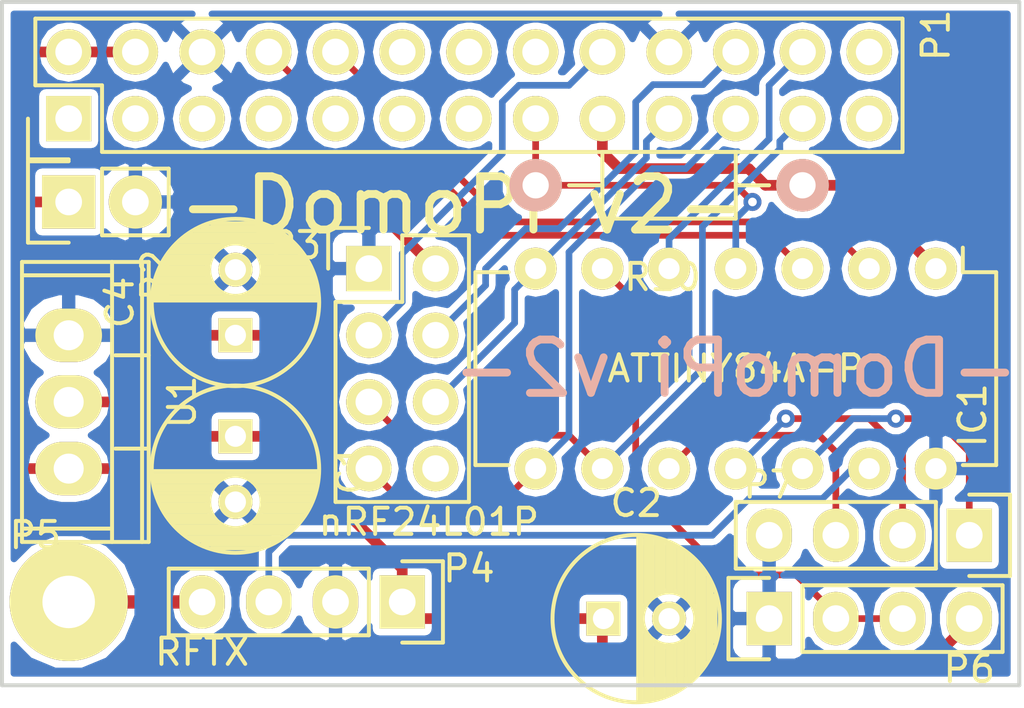
<source format=kicad_pcb>
(kicad_pcb (version 4) (host pcbnew 4.0.2+dfsg1-2~bpo8+1-stable)

  (general
    (links 42)
    (no_connects 0)
    (area 66.841 25.230285 108.667572 54.324)
    (thickness 1.6)
    (drawings 6)
    (tracks 153)
    (zones 0)
    (modules 13)
    (nets 20)
  )

  (page A4)
  (layers
    (0 Top signal)
    (31 Bottom signal)
    (36 B.SilkS user)
    (37 F.SilkS user)
    (38 B.Mask user)
    (39 F.Mask user)
    (42 Eco1.User user hide)
    (43 Eco2.User user hide)
    (44 Edge.Cuts user)
    (48 B.Fab user hide)
    (49 F.Fab user hide)
  )

  (setup
    (last_trace_width 0.254)
    (trace_clearance 0.1524)
    (zone_clearance 0.254)
    (zone_45_only no)
    (trace_min 0.1524)
    (segment_width 0.2)
    (edge_width 0.15)
    (via_size 0.6858)
    (via_drill 0.3302)
    (via_min_size 0.6858)
    (via_min_drill 0.3302)
    (uvia_size 0.762)
    (uvia_drill 0.508)
    (uvias_allowed no)
    (uvia_min_size 0)
    (uvia_min_drill 0)
    (pcb_text_width 0.3)
    (pcb_text_size 1.5 1.5)
    (mod_edge_width 0.15)
    (mod_text_size 1 1)
    (mod_text_width 0.15)
    (pad_size 3 3)
    (pad_drill 2)
    (pad_to_mask_clearance 0.2)
    (aux_axis_origin 0 0)
    (visible_elements FFFFFF7F)
    (pcbplotparams
      (layerselection 0x010f0_80000001)
      (usegerberextensions true)
      (excludeedgelayer true)
      (linewidth 0.100000)
      (plotframeref false)
      (viasonmask false)
      (mode 1)
      (useauxorigin false)
      (hpglpennumber 1)
      (hpglpenspeed 20)
      (hpglpendiameter 15)
      (hpglpenoverlay 2)
      (psnegative false)
      (psa4output false)
      (plotreference true)
      (plotvalue true)
      (plotinvisibletext false)
      (padsonsilk false)
      (subtractmaskfromsilk false)
      (outputformat 1)
      (mirror false)
      (drillshape 0)
      (scaleselection 1)
      (outputdirectory ""))
  )

  (net 0 "")
  (net 1 GND)
  (net 2 +3V3)
  (net 3 +5V)
  (net 4 CE)
  (net 5 SS0)
  (net 6 SCK)
  (net 7 MOSI)
  (net 8 MISO)
  (net 9 /RF433-OUT)
  (net 10 Tiny-RESET)
  (net 11 TX)
  (net 12 SS1)
  (net 13 RX)
  (net 14 /ADC3)
  (net 15 /ADC2)
  (net 16 /ADC1)
  (net 17 /ANT)
  (net 18 /NRF-VCC)
  (net 19 /RF433-IN)

  (net_class Default "This is the default net class."
    (clearance 0.1524)
    (trace_width 0.254)
    (via_dia 0.6858)
    (via_drill 0.3302)
    (uvia_dia 0.762)
    (uvia_drill 0.508)
    (add_net /ADC1)
    (add_net /ADC2)
    (add_net /ADC3)
    (add_net /RF433-IN)
    (add_net /RF433-OUT)
    (add_net CE)
    (add_net MISO)
    (add_net MOSI)
    (add_net RX)
    (add_net SCK)
    (add_net SS0)
    (add_net SS1)
    (add_net TX)
    (add_net Tiny-RESET)
  )

  (net_class ANT ""
    (clearance 0.254)
    (trace_width 0.508)
    (via_dia 0.6858)
    (via_drill 0.3302)
    (uvia_dia 0.762)
    (uvia_drill 0.508)
    (add_net /ANT)
  )

  (net_class Power ""
    (clearance 0.254)
    (trace_width 0.4064)
    (via_dia 0.6858)
    (via_drill 0.3302)
    (uvia_dia 0.762)
    (uvia_drill 0.508)
    (add_net +3V3)
    (add_net +5V)
    (add_net /NRF-VCC)
    (add_net GND)
  )

  (module Capacitors_ThroughHole:C_Radial_D6.3_L11.2_P2.5 (layer Top) (tedit 0) (tstamp 56F5415F)
    (at 77.47 41.95 270)
    (descr "Radial Electrolytic Capacitor, Diameter 6.3mm x Length 11.2mm, Pitch 2.5mm")
    (tags "Electrolytic Capacitor")
    (path /56F554DF)
    (fp_text reference C1 (at 1.25 -4.4 270) (layer F.SilkS)
      (effects (font (size 1 1) (thickness 0.15)))
    )
    (fp_text value 0.47u (at 1.25 4.4 270) (layer F.Fab)
      (effects (font (size 1 1) (thickness 0.15)))
    )
    (fp_line (start 1.325 -3.149) (end 1.325 3.149) (layer F.SilkS) (width 0.15))
    (fp_line (start 1.465 -3.143) (end 1.465 3.143) (layer F.SilkS) (width 0.15))
    (fp_line (start 1.605 -3.13) (end 1.605 -0.446) (layer F.SilkS) (width 0.15))
    (fp_line (start 1.605 0.446) (end 1.605 3.13) (layer F.SilkS) (width 0.15))
    (fp_line (start 1.745 -3.111) (end 1.745 -0.656) (layer F.SilkS) (width 0.15))
    (fp_line (start 1.745 0.656) (end 1.745 3.111) (layer F.SilkS) (width 0.15))
    (fp_line (start 1.885 -3.085) (end 1.885 -0.789) (layer F.SilkS) (width 0.15))
    (fp_line (start 1.885 0.789) (end 1.885 3.085) (layer F.SilkS) (width 0.15))
    (fp_line (start 2.025 -3.053) (end 2.025 -0.88) (layer F.SilkS) (width 0.15))
    (fp_line (start 2.025 0.88) (end 2.025 3.053) (layer F.SilkS) (width 0.15))
    (fp_line (start 2.165 -3.014) (end 2.165 -0.942) (layer F.SilkS) (width 0.15))
    (fp_line (start 2.165 0.942) (end 2.165 3.014) (layer F.SilkS) (width 0.15))
    (fp_line (start 2.305 -2.968) (end 2.305 -0.981) (layer F.SilkS) (width 0.15))
    (fp_line (start 2.305 0.981) (end 2.305 2.968) (layer F.SilkS) (width 0.15))
    (fp_line (start 2.445 -2.915) (end 2.445 -0.998) (layer F.SilkS) (width 0.15))
    (fp_line (start 2.445 0.998) (end 2.445 2.915) (layer F.SilkS) (width 0.15))
    (fp_line (start 2.585 -2.853) (end 2.585 -0.996) (layer F.SilkS) (width 0.15))
    (fp_line (start 2.585 0.996) (end 2.585 2.853) (layer F.SilkS) (width 0.15))
    (fp_line (start 2.725 -2.783) (end 2.725 -0.974) (layer F.SilkS) (width 0.15))
    (fp_line (start 2.725 0.974) (end 2.725 2.783) (layer F.SilkS) (width 0.15))
    (fp_line (start 2.865 -2.704) (end 2.865 -0.931) (layer F.SilkS) (width 0.15))
    (fp_line (start 2.865 0.931) (end 2.865 2.704) (layer F.SilkS) (width 0.15))
    (fp_line (start 3.005 -2.616) (end 3.005 -0.863) (layer F.SilkS) (width 0.15))
    (fp_line (start 3.005 0.863) (end 3.005 2.616) (layer F.SilkS) (width 0.15))
    (fp_line (start 3.145 -2.516) (end 3.145 -0.764) (layer F.SilkS) (width 0.15))
    (fp_line (start 3.145 0.764) (end 3.145 2.516) (layer F.SilkS) (width 0.15))
    (fp_line (start 3.285 -2.404) (end 3.285 -0.619) (layer F.SilkS) (width 0.15))
    (fp_line (start 3.285 0.619) (end 3.285 2.404) (layer F.SilkS) (width 0.15))
    (fp_line (start 3.425 -2.279) (end 3.425 -0.38) (layer F.SilkS) (width 0.15))
    (fp_line (start 3.425 0.38) (end 3.425 2.279) (layer F.SilkS) (width 0.15))
    (fp_line (start 3.565 -2.136) (end 3.565 2.136) (layer F.SilkS) (width 0.15))
    (fp_line (start 3.705 -1.974) (end 3.705 1.974) (layer F.SilkS) (width 0.15))
    (fp_line (start 3.845 -1.786) (end 3.845 1.786) (layer F.SilkS) (width 0.15))
    (fp_line (start 3.985 -1.563) (end 3.985 1.563) (layer F.SilkS) (width 0.15))
    (fp_line (start 4.125 -1.287) (end 4.125 1.287) (layer F.SilkS) (width 0.15))
    (fp_line (start 4.265 -0.912) (end 4.265 0.912) (layer F.SilkS) (width 0.15))
    (fp_circle (center 2.5 0) (end 2.5 -1) (layer F.SilkS) (width 0.15))
    (fp_circle (center 1.25 0) (end 1.25 -3.1875) (layer F.SilkS) (width 0.15))
    (fp_circle (center 1.25 0) (end 1.25 -3.4) (layer F.CrtYd) (width 0.05))
    (pad 2 thru_hole circle (at 2.5 0 270) (size 1.3 1.3) (drill 0.8) (layers *.Cu *.Mask F.SilkS)
      (net 1 GND))
    (pad 1 thru_hole rect (at 0 0 270) (size 1.3 1.3) (drill 0.8) (layers *.Cu *.Mask F.SilkS)
      (net 3 +5V))
    (model Capacitors_ThroughHole.3dshapes/C_Radial_D6.3_L11.2_P2.5.wrl
      (at (xyz 0 0 0))
      (scale (xyz 1 1 1))
      (rotate (xyz 0 0 0))
    )
  )

  (module Socket_Strips:Socket_Strip_Straight_1x04 (layer Top) (tedit 56FA76BD) (tstamp 560BFC1B)
    (at 83.82 48.26 180)
    (descr "Through hole socket strip")
    (tags "socket strip")
    (path /560D0649)
    (fp_text reference P4 (at -2.54 1.27 180) (layer F.SilkS)
      (effects (font (size 1 1) (thickness 0.15)))
    )
    (fp_text value RFTX (at 7.62 -1.905 180) (layer F.SilkS)
      (effects (font (size 1 1) (thickness 0.15)))
    )
    (fp_line (start -1.75 -1.75) (end -1.75 1.75) (layer F.CrtYd) (width 0.05))
    (fp_line (start 9.4 -1.75) (end 9.4 1.75) (layer F.CrtYd) (width 0.05))
    (fp_line (start -1.75 -1.75) (end 9.4 -1.75) (layer F.CrtYd) (width 0.05))
    (fp_line (start -1.75 1.75) (end 9.4 1.75) (layer F.CrtYd) (width 0.05))
    (fp_line (start 1.27 -1.27) (end 8.89 -1.27) (layer F.SilkS) (width 0.15))
    (fp_line (start 1.27 1.27) (end 8.89 1.27) (layer F.SilkS) (width 0.15))
    (fp_line (start -1.55 1.55) (end 0 1.55) (layer F.SilkS) (width 0.15))
    (fp_line (start 8.89 -1.27) (end 8.89 1.27) (layer F.SilkS) (width 0.15))
    (fp_line (start 1.27 1.27) (end 1.27 -1.27) (layer F.SilkS) (width 0.15))
    (fp_line (start 0 -1.55) (end -1.55 -1.55) (layer F.SilkS) (width 0.15))
    (fp_line (start -1.55 -1.55) (end -1.55 1.55) (layer F.SilkS) (width 0.15))
    (pad 1 thru_hole rect (at 0 0 180) (size 1.7272 2.032) (drill 1.016) (layers *.Cu *.Mask F.SilkS)
      (net 3 +5V))
    (pad 2 thru_hole oval (at 2.54 0 180) (size 1.7272 2.032) (drill 1.016) (layers *.Cu *.Mask F.SilkS)
      (net 1 GND))
    (pad 3 thru_hole oval (at 5.08 0 180) (size 1.7272 2.032) (drill 1.016) (layers *.Cu *.Mask F.SilkS)
      (net 9 /RF433-OUT))
    (pad 4 thru_hole oval (at 7.62 0 180) (size 1.7272 2.032) (drill 1.016) (layers *.Cu *.Mask F.SilkS)
      (net 17 /ANT))
    (model Socket_Strips.3dshapes/Socket_Strip_Straight_1x04.wrl
      (at (xyz 0.15 0 0))
      (scale (xyz 1 1 1))
      (rotate (xyz 0 0 180))
    )
  )

  (module Socket_Strips:Socket_Strip_Straight_1x04 (layer Top) (tedit 0) (tstamp 56FA5072)
    (at 97.79 48.895)
    (descr "Through hole socket strip")
    (tags "socket strip")
    (path /56FA5F1D)
    (fp_text reference P7 (at 0 -5.1) (layer F.SilkS)
      (effects (font (size 1 1) (thickness 0.15)))
    )
    (fp_text value RFRX (at 0 -3.1) (layer F.Fab)
      (effects (font (size 1 1) (thickness 0.15)))
    )
    (fp_line (start -1.75 -1.75) (end -1.75 1.75) (layer F.CrtYd) (width 0.05))
    (fp_line (start 9.4 -1.75) (end 9.4 1.75) (layer F.CrtYd) (width 0.05))
    (fp_line (start -1.75 -1.75) (end 9.4 -1.75) (layer F.CrtYd) (width 0.05))
    (fp_line (start -1.75 1.75) (end 9.4 1.75) (layer F.CrtYd) (width 0.05))
    (fp_line (start 1.27 -1.27) (end 8.89 -1.27) (layer F.SilkS) (width 0.15))
    (fp_line (start 1.27 1.27) (end 8.89 1.27) (layer F.SilkS) (width 0.15))
    (fp_line (start -1.55 1.55) (end 0 1.55) (layer F.SilkS) (width 0.15))
    (fp_line (start 8.89 -1.27) (end 8.89 1.27) (layer F.SilkS) (width 0.15))
    (fp_line (start 1.27 1.27) (end 1.27 -1.27) (layer F.SilkS) (width 0.15))
    (fp_line (start 0 -1.55) (end -1.55 -1.55) (layer F.SilkS) (width 0.15))
    (fp_line (start -1.55 -1.55) (end -1.55 1.55) (layer F.SilkS) (width 0.15))
    (pad 1 thru_hole rect (at 0 0) (size 1.7272 2.032) (drill 1.016) (layers *.Cu *.Mask F.SilkS)
      (net 1 GND))
    (pad 2 thru_hole oval (at 2.54 0) (size 1.7272 2.032) (drill 1.016) (layers *.Cu *.Mask F.SilkS)
      (net 19 /RF433-IN))
    (pad 3 thru_hole oval (at 5.08 0) (size 1.7272 2.032) (drill 1.016) (layers *.Cu *.Mask F.SilkS)
      (net 19 /RF433-IN))
    (pad 4 thru_hole oval (at 7.62 0) (size 1.7272 2.032) (drill 1.016) (layers *.Cu *.Mask F.SilkS)
      (net 3 +5V))
    (model Socket_Strips.3dshapes/Socket_Strip_Straight_1x04.wrl
      (at (xyz 0.15 0 0))
      (scale (xyz 1 1 1))
      (rotate (xyz 0 0 180))
    )
  )

  (module Housings_DIP:DIP-14_W7.62mm (layer Top) (tedit 560CF929) (tstamp 560BE100)
    (at 104.14 35.56 270)
    (descr "14-lead dip package, row spacing 7.62 mm (300 mils)")
    (tags "dil dip 2.54 300")
    (path /560BE23A)
    (fp_text reference IC1 (at 5.588 -1.397 270) (layer F.SilkS)
      (effects (font (size 1 1) (thickness 0.15)))
    )
    (fp_text value ATTINY84A-P (at 3.81 7.62 360) (layer F.SilkS)
      (effects (font (size 1 1) (thickness 0.15)))
    )
    (fp_line (start -1.05 -2.45) (end -1.05 17.7) (layer F.CrtYd) (width 0.05))
    (fp_line (start 8.65 -2.45) (end 8.65 17.7) (layer F.CrtYd) (width 0.05))
    (fp_line (start -1.05 -2.45) (end 8.65 -2.45) (layer F.CrtYd) (width 0.05))
    (fp_line (start -1.05 17.7) (end 8.65 17.7) (layer F.CrtYd) (width 0.05))
    (fp_line (start 0.135 -2.295) (end 0.135 -1.025) (layer F.SilkS) (width 0.15))
    (fp_line (start 7.485 -2.295) (end 7.485 -1.025) (layer F.SilkS) (width 0.15))
    (fp_line (start 7.485 17.535) (end 7.485 16.265) (layer F.SilkS) (width 0.15))
    (fp_line (start 0.135 17.535) (end 0.135 16.265) (layer F.SilkS) (width 0.15))
    (fp_line (start 0.135 -2.295) (end 7.485 -2.295) (layer F.SilkS) (width 0.15))
    (fp_line (start 0.135 17.535) (end 7.485 17.535) (layer F.SilkS) (width 0.15))
    (fp_line (start 0.135 -1.025) (end -0.8 -1.025) (layer F.SilkS) (width 0.15))
    (pad 1 thru_hole oval (at 0 0 270) (size 1.6 1.6) (drill 0.8) (layers *.Cu *.Mask F.SilkS)
      (net 2 +3V3))
    (pad 2 thru_hole oval (at 0 2.54 270) (size 1.6 1.6) (drill 0.8) (layers *.Cu *.Mask F.SilkS)
      (net 13 RX))
    (pad 3 thru_hole oval (at 0 5.08 270) (size 1.6 1.6) (drill 0.8) (layers *.Cu *.Mask F.SilkS)
      (net 11 TX))
    (pad 4 thru_hole oval (at 0 7.62 270) (size 1.6 1.6) (drill 0.8) (layers *.Cu *.Mask F.SilkS)
      (net 10 Tiny-RESET))
    (pad 5 thru_hole oval (at 0 10.16 270) (size 1.6 1.6) (drill 0.8) (layers *.Cu *.Mask F.SilkS)
      (net 12 SS1))
    (pad 6 thru_hole oval (at 0 12.7 270) (size 1.6 1.6) (drill 0.8) (layers *.Cu *.Mask F.SilkS)
      (net 19 /RF433-IN))
    (pad 7 thru_hole oval (at 0 15.24 270) (size 1.6 1.6) (drill 0.8) (layers *.Cu *.Mask F.SilkS)
      (net 7 MOSI))
    (pad 8 thru_hole oval (at 7.62 15.24 270) (size 1.6 1.6) (drill 0.8) (layers *.Cu *.Mask F.SilkS)
      (net 8 MISO))
    (pad 9 thru_hole oval (at 7.62 12.7 270) (size 1.6 1.6) (drill 0.8) (layers *.Cu *.Mask F.SilkS)
      (net 6 SCK))
    (pad 10 thru_hole oval (at 7.62 10.16 270) (size 1.6 1.6) (drill 0.8) (layers *.Cu *.Mask F.SilkS)
      (net 14 /ADC3))
    (pad 11 thru_hole oval (at 7.62 7.62 270) (size 1.6 1.6) (drill 0.8) (layers *.Cu *.Mask F.SilkS)
      (net 15 /ADC2))
    (pad 12 thru_hole oval (at 7.62 5.08 270) (size 1.6 1.6) (drill 0.8) (layers *.Cu *.Mask F.SilkS)
      (net 16 /ADC1))
    (pad 13 thru_hole oval (at 7.62 2.54 270) (size 1.6 1.6) (drill 0.8) (layers *.Cu *.Mask F.SilkS)
      (net 9 /RF433-OUT))
    (pad 14 thru_hole oval (at 7.62 0 270) (size 1.6 1.6) (drill 0.8) (layers *.Cu *.Mask F.SilkS)
      (net 1 GND))
    (model Housings_DIP.3dshapes/DIP-14_W7.62mm.wrl
      (at (xyz 0 0 0))
      (scale (xyz 1 1 1))
      (rotate (xyz 0 0 0))
    )
  )

  (module Pin_Headers:Pin_Header_Straight_1x02 (layer Top) (tedit 560CF25E) (tstamp 560BDFE5)
    (at 71.12 33.02 90)
    (descr "Through hole pin header")
    (tags "pin header")
    (path /560C2BF5)
    (fp_text reference P2 (at -2.794 3.302 90) (layer F.SilkS)
      (effects (font (size 1 1) (thickness 0.15)))
    )
    (fp_text value CONN_01X02 (at 0 -3.1 90) (layer F.Fab) hide
      (effects (font (size 1 1) (thickness 0.15)))
    )
    (fp_line (start 1.27 1.27) (end 1.27 3.81) (layer F.SilkS) (width 0.15))
    (fp_line (start 1.55 -1.55) (end 1.55 0) (layer F.SilkS) (width 0.15))
    (fp_line (start -1.75 -1.75) (end -1.75 4.3) (layer F.CrtYd) (width 0.05))
    (fp_line (start 1.75 -1.75) (end 1.75 4.3) (layer F.CrtYd) (width 0.05))
    (fp_line (start -1.75 -1.75) (end 1.75 -1.75) (layer F.CrtYd) (width 0.05))
    (fp_line (start -1.75 4.3) (end 1.75 4.3) (layer F.CrtYd) (width 0.05))
    (fp_line (start 1.27 1.27) (end -1.27 1.27) (layer F.SilkS) (width 0.15))
    (fp_line (start -1.55 0) (end -1.55 -1.55) (layer F.SilkS) (width 0.15))
    (fp_line (start -1.55 -1.55) (end 1.55 -1.55) (layer F.SilkS) (width 0.15))
    (fp_line (start -1.27 1.27) (end -1.27 3.81) (layer F.SilkS) (width 0.15))
    (fp_line (start -1.27 3.81) (end 1.27 3.81) (layer F.SilkS) (width 0.15))
    (pad 1 thru_hole rect (at 0 0 90) (size 2.032 2.032) (drill 1.016) (layers *.Cu *.Mask F.SilkS)
      (net 3 +5V))
    (pad 2 thru_hole oval (at 0 2.54 90) (size 2.032 2.032) (drill 1.016) (layers *.Cu *.Mask F.SilkS)
      (net 1 GND))
    (model Pin_Headers.3dshapes/Pin_Header_Straight_1x02.wrl
      (at (xyz 0 -0.05 0))
      (scale (xyz 1 1 1))
      (rotate (xyz 0 0 90))
    )
  )

  (module Pin_Headers:Pin_Header_Straight_2x04 (layer Top) (tedit 560CF95F) (tstamp 560BFE6B)
    (at 82.55 35.56)
    (descr "Through hole pin header")
    (tags "pin header")
    (path /560BE537)
    (fp_text reference P3 (at -2.794 -0.889) (layer F.SilkS)
      (effects (font (size 1 1) (thickness 0.15)))
    )
    (fp_text value nRF24L01P (at 2.286 9.652) (layer F.SilkS)
      (effects (font (size 1 1) (thickness 0.15)))
    )
    (fp_line (start -1.75 -1.75) (end -1.75 9.4) (layer F.CrtYd) (width 0.05))
    (fp_line (start 4.3 -1.75) (end 4.3 9.4) (layer F.CrtYd) (width 0.05))
    (fp_line (start -1.75 -1.75) (end 4.3 -1.75) (layer F.CrtYd) (width 0.05))
    (fp_line (start -1.75 9.4) (end 4.3 9.4) (layer F.CrtYd) (width 0.05))
    (fp_line (start -1.27 1.27) (end -1.27 8.89) (layer F.SilkS) (width 0.15))
    (fp_line (start -1.27 8.89) (end 3.81 8.89) (layer F.SilkS) (width 0.15))
    (fp_line (start 3.81 8.89) (end 3.81 -1.27) (layer F.SilkS) (width 0.15))
    (fp_line (start 3.81 -1.27) (end 1.27 -1.27) (layer F.SilkS) (width 0.15))
    (fp_line (start 0 -1.55) (end -1.55 -1.55) (layer F.SilkS) (width 0.15))
    (fp_line (start 1.27 -1.27) (end 1.27 1.27) (layer F.SilkS) (width 0.15))
    (fp_line (start 1.27 1.27) (end -1.27 1.27) (layer F.SilkS) (width 0.15))
    (fp_line (start -1.55 -1.55) (end -1.55 0) (layer F.SilkS) (width 0.15))
    (pad 1 thru_hole rect (at 0 0) (size 1.7272 1.7272) (drill 1.016) (layers *.Cu *.Mask F.SilkS)
      (net 1 GND))
    (pad 2 thru_hole oval (at 2.54 0) (size 1.7272 1.7272) (drill 1.016) (layers *.Cu *.Mask F.SilkS)
      (net 18 /NRF-VCC))
    (pad 3 thru_hole oval (at 0 2.54) (size 1.7272 1.7272) (drill 1.016) (layers *.Cu *.Mask F.SilkS)
      (net 4 CE))
    (pad 4 thru_hole oval (at 2.54 2.54) (size 1.7272 1.7272) (drill 1.016) (layers *.Cu *.Mask F.SilkS)
      (net 5 SS0))
    (pad 5 thru_hole oval (at 0 5.08) (size 1.7272 1.7272) (drill 1.016) (layers *.Cu *.Mask F.SilkS)
      (net 6 SCK))
    (pad 6 thru_hole oval (at 2.54 5.08) (size 1.7272 1.7272) (drill 1.016) (layers *.Cu *.Mask F.SilkS)
      (net 7 MOSI))
    (pad 7 thru_hole oval (at 0 7.62) (size 1.7272 1.7272) (drill 1.016) (layers *.Cu *.Mask F.SilkS)
      (net 8 MISO))
    (pad 8 thru_hole oval (at 2.54 7.62) (size 1.7272 1.7272) (drill 1.016) (layers *.Cu *.Mask F.SilkS))
    (model Pin_Headers.3dshapes/Pin_Header_Straight_2x04.wrl
      (at (xyz 0.05 -0.15 0))
      (scale (xyz 1 1 1))
      (rotate (xyz 0 0 90))
    )
  )

  (module Wire_Pads:SolderWirePad_single_2mmDrill (layer Top) (tedit 56FA76CA) (tstamp 56B89E15)
    (at 71.12 48.26)
    (path /560D11E1)
    (fp_text reference P5 (at -1.27 -2.54) (layer F.SilkS)
      (effects (font (size 1 1) (thickness 0.15)))
    )
    (fp_text value ANT (at -0.635 3.81) (layer F.Fab)
      (effects (font (size 1 1) (thickness 0.15)))
    )
    (pad 1 thru_hole circle (at 0 0) (size 4.50088 4.50088) (drill 1.99898) (layers *.Cu *.Mask F.SilkS)
      (net 17 /ANT))
  )

  (module Capacitors_ThroughHole:C_Radial_D6.3_L11.2_P2.5 (layer Top) (tedit 0) (tstamp 56F54165)
    (at 77.47 38.1 90)
    (descr "Radial Electrolytic Capacitor, Diameter 6.3mm x Length 11.2mm, Pitch 2.5mm")
    (tags "Electrolytic Capacitor")
    (path /560D0C56)
    (fp_text reference C4 (at 1.25 -4.4 90) (layer F.SilkS)
      (effects (font (size 1 1) (thickness 0.15)))
    )
    (fp_text value 33u (at 1.25 4.4 90) (layer F.Fab)
      (effects (font (size 1 1) (thickness 0.15)))
    )
    (fp_line (start 1.325 -3.149) (end 1.325 3.149) (layer F.SilkS) (width 0.15))
    (fp_line (start 1.465 -3.143) (end 1.465 3.143) (layer F.SilkS) (width 0.15))
    (fp_line (start 1.605 -3.13) (end 1.605 -0.446) (layer F.SilkS) (width 0.15))
    (fp_line (start 1.605 0.446) (end 1.605 3.13) (layer F.SilkS) (width 0.15))
    (fp_line (start 1.745 -3.111) (end 1.745 -0.656) (layer F.SilkS) (width 0.15))
    (fp_line (start 1.745 0.656) (end 1.745 3.111) (layer F.SilkS) (width 0.15))
    (fp_line (start 1.885 -3.085) (end 1.885 -0.789) (layer F.SilkS) (width 0.15))
    (fp_line (start 1.885 0.789) (end 1.885 3.085) (layer F.SilkS) (width 0.15))
    (fp_line (start 2.025 -3.053) (end 2.025 -0.88) (layer F.SilkS) (width 0.15))
    (fp_line (start 2.025 0.88) (end 2.025 3.053) (layer F.SilkS) (width 0.15))
    (fp_line (start 2.165 -3.014) (end 2.165 -0.942) (layer F.SilkS) (width 0.15))
    (fp_line (start 2.165 0.942) (end 2.165 3.014) (layer F.SilkS) (width 0.15))
    (fp_line (start 2.305 -2.968) (end 2.305 -0.981) (layer F.SilkS) (width 0.15))
    (fp_line (start 2.305 0.981) (end 2.305 2.968) (layer F.SilkS) (width 0.15))
    (fp_line (start 2.445 -2.915) (end 2.445 -0.998) (layer F.SilkS) (width 0.15))
    (fp_line (start 2.445 0.998) (end 2.445 2.915) (layer F.SilkS) (width 0.15))
    (fp_line (start 2.585 -2.853) (end 2.585 -0.996) (layer F.SilkS) (width 0.15))
    (fp_line (start 2.585 0.996) (end 2.585 2.853) (layer F.SilkS) (width 0.15))
    (fp_line (start 2.725 -2.783) (end 2.725 -0.974) (layer F.SilkS) (width 0.15))
    (fp_line (start 2.725 0.974) (end 2.725 2.783) (layer F.SilkS) (width 0.15))
    (fp_line (start 2.865 -2.704) (end 2.865 -0.931) (layer F.SilkS) (width 0.15))
    (fp_line (start 2.865 0.931) (end 2.865 2.704) (layer F.SilkS) (width 0.15))
    (fp_line (start 3.005 -2.616) (end 3.005 -0.863) (layer F.SilkS) (width 0.15))
    (fp_line (start 3.005 0.863) (end 3.005 2.616) (layer F.SilkS) (width 0.15))
    (fp_line (start 3.145 -2.516) (end 3.145 -0.764) (layer F.SilkS) (width 0.15))
    (fp_line (start 3.145 0.764) (end 3.145 2.516) (layer F.SilkS) (width 0.15))
    (fp_line (start 3.285 -2.404) (end 3.285 -0.619) (layer F.SilkS) (width 0.15))
    (fp_line (start 3.285 0.619) (end 3.285 2.404) (layer F.SilkS) (width 0.15))
    (fp_line (start 3.425 -2.279) (end 3.425 -0.38) (layer F.SilkS) (width 0.15))
    (fp_line (start 3.425 0.38) (end 3.425 2.279) (layer F.SilkS) (width 0.15))
    (fp_line (start 3.565 -2.136) (end 3.565 2.136) (layer F.SilkS) (width 0.15))
    (fp_line (start 3.705 -1.974) (end 3.705 1.974) (layer F.SilkS) (width 0.15))
    (fp_line (start 3.845 -1.786) (end 3.845 1.786) (layer F.SilkS) (width 0.15))
    (fp_line (start 3.985 -1.563) (end 3.985 1.563) (layer F.SilkS) (width 0.15))
    (fp_line (start 4.125 -1.287) (end 4.125 1.287) (layer F.SilkS) (width 0.15))
    (fp_line (start 4.265 -0.912) (end 4.265 0.912) (layer F.SilkS) (width 0.15))
    (fp_circle (center 2.5 0) (end 2.5 -1) (layer F.SilkS) (width 0.15))
    (fp_circle (center 1.25 0) (end 1.25 -3.1875) (layer F.SilkS) (width 0.15))
    (fp_circle (center 1.25 0) (end 1.25 -3.4) (layer F.CrtYd) (width 0.05))
    (pad 2 thru_hole circle (at 2.5 0 90) (size 1.3 1.3) (drill 0.8) (layers *.Cu *.Mask F.SilkS)
      (net 1 GND))
    (pad 1 thru_hole rect (at 0 0 90) (size 1.3 1.3) (drill 0.8) (layers *.Cu *.Mask F.SilkS)
      (net 18 /NRF-VCC))
    (model Capacitors_ThroughHole.3dshapes/C_Radial_D6.3_L11.2_P2.5.wrl
      (at (xyz 0 0 0))
      (scale (xyz 1 1 1))
      (rotate (xyz 0 0 0))
    )
  )

  (module Power_Integrations:TO-220 (layer Top) (tedit 0) (tstamp 56F5418D)
    (at 71.12 40.64 270)
    (descr "Non Isolated JEDEC TO-220 Package")
    (tags "Power Integration YN Package")
    (path /56F54C12)
    (fp_text reference U1 (at 0 -4.318 270) (layer F.SilkS)
      (effects (font (size 1 1) (thickness 0.15)))
    )
    (fp_text value LM3940IT-3.3 (at 0 -4.318 270) (layer F.Fab)
      (effects (font (size 1 1) (thickness 0.15)))
    )
    (fp_line (start 4.826 -1.651) (end 4.826 1.778) (layer F.SilkS) (width 0.15))
    (fp_line (start -4.826 -1.651) (end -4.826 1.778) (layer F.SilkS) (width 0.15))
    (fp_line (start 5.334 -2.794) (end -5.334 -2.794) (layer F.SilkS) (width 0.15))
    (fp_line (start 1.778 -1.778) (end 1.778 -3.048) (layer F.SilkS) (width 0.15))
    (fp_line (start -1.778 -1.778) (end -1.778 -3.048) (layer F.SilkS) (width 0.15))
    (fp_line (start -5.334 -1.651) (end 5.334 -1.651) (layer F.SilkS) (width 0.15))
    (fp_line (start 5.334 1.778) (end -5.334 1.778) (layer F.SilkS) (width 0.15))
    (fp_line (start -5.334 -3.048) (end -5.334 1.778) (layer F.SilkS) (width 0.15))
    (fp_line (start 5.334 -3.048) (end 5.334 1.778) (layer F.SilkS) (width 0.15))
    (fp_line (start 5.334 -3.048) (end -5.334 -3.048) (layer F.SilkS) (width 0.15))
    (pad 2 thru_hole oval (at 0 0 270) (size 2.032 2.54) (drill 1.143) (layers *.Cu *.Mask F.SilkS)
      (net 18 /NRF-VCC))
    (pad 3 thru_hole oval (at 2.54 0 270) (size 2.032 2.54) (drill 1.143) (layers *.Cu *.Mask F.SilkS)
      (net 3 +5V))
    (pad 1 thru_hole oval (at -2.54 0 270) (size 2.032 2.54) (drill 1.143) (layers *.Cu *.Mask F.SilkS)
      (net 1 GND))
  )

  (module Capacitors_ThroughHole:C_Radial_D6.3_L11.2_P2.5 (layer Top) (tedit 0) (tstamp 56F54544)
    (at 91.48 48.895)
    (descr "Radial Electrolytic Capacitor, Diameter 6.3mm x Length 11.2mm, Pitch 2.5mm")
    (tags "Electrolytic Capacitor")
    (path /56F57B33)
    (fp_text reference C2 (at 1.25 -4.4) (layer F.SilkS)
      (effects (font (size 1 1) (thickness 0.15)))
    )
    (fp_text value 10u (at 1.25 4.4) (layer F.Fab)
      (effects (font (size 1 1) (thickness 0.15)))
    )
    (fp_line (start 1.325 -3.149) (end 1.325 3.149) (layer F.SilkS) (width 0.15))
    (fp_line (start 1.465 -3.143) (end 1.465 3.143) (layer F.SilkS) (width 0.15))
    (fp_line (start 1.605 -3.13) (end 1.605 -0.446) (layer F.SilkS) (width 0.15))
    (fp_line (start 1.605 0.446) (end 1.605 3.13) (layer F.SilkS) (width 0.15))
    (fp_line (start 1.745 -3.111) (end 1.745 -0.656) (layer F.SilkS) (width 0.15))
    (fp_line (start 1.745 0.656) (end 1.745 3.111) (layer F.SilkS) (width 0.15))
    (fp_line (start 1.885 -3.085) (end 1.885 -0.789) (layer F.SilkS) (width 0.15))
    (fp_line (start 1.885 0.789) (end 1.885 3.085) (layer F.SilkS) (width 0.15))
    (fp_line (start 2.025 -3.053) (end 2.025 -0.88) (layer F.SilkS) (width 0.15))
    (fp_line (start 2.025 0.88) (end 2.025 3.053) (layer F.SilkS) (width 0.15))
    (fp_line (start 2.165 -3.014) (end 2.165 -0.942) (layer F.SilkS) (width 0.15))
    (fp_line (start 2.165 0.942) (end 2.165 3.014) (layer F.SilkS) (width 0.15))
    (fp_line (start 2.305 -2.968) (end 2.305 -0.981) (layer F.SilkS) (width 0.15))
    (fp_line (start 2.305 0.981) (end 2.305 2.968) (layer F.SilkS) (width 0.15))
    (fp_line (start 2.445 -2.915) (end 2.445 -0.998) (layer F.SilkS) (width 0.15))
    (fp_line (start 2.445 0.998) (end 2.445 2.915) (layer F.SilkS) (width 0.15))
    (fp_line (start 2.585 -2.853) (end 2.585 -0.996) (layer F.SilkS) (width 0.15))
    (fp_line (start 2.585 0.996) (end 2.585 2.853) (layer F.SilkS) (width 0.15))
    (fp_line (start 2.725 -2.783) (end 2.725 -0.974) (layer F.SilkS) (width 0.15))
    (fp_line (start 2.725 0.974) (end 2.725 2.783) (layer F.SilkS) (width 0.15))
    (fp_line (start 2.865 -2.704) (end 2.865 -0.931) (layer F.SilkS) (width 0.15))
    (fp_line (start 2.865 0.931) (end 2.865 2.704) (layer F.SilkS) (width 0.15))
    (fp_line (start 3.005 -2.616) (end 3.005 -0.863) (layer F.SilkS) (width 0.15))
    (fp_line (start 3.005 0.863) (end 3.005 2.616) (layer F.SilkS) (width 0.15))
    (fp_line (start 3.145 -2.516) (end 3.145 -0.764) (layer F.SilkS) (width 0.15))
    (fp_line (start 3.145 0.764) (end 3.145 2.516) (layer F.SilkS) (width 0.15))
    (fp_line (start 3.285 -2.404) (end 3.285 -0.619) (layer F.SilkS) (width 0.15))
    (fp_line (start 3.285 0.619) (end 3.285 2.404) (layer F.SilkS) (width 0.15))
    (fp_line (start 3.425 -2.279) (end 3.425 -0.38) (layer F.SilkS) (width 0.15))
    (fp_line (start 3.425 0.38) (end 3.425 2.279) (layer F.SilkS) (width 0.15))
    (fp_line (start 3.565 -2.136) (end 3.565 2.136) (layer F.SilkS) (width 0.15))
    (fp_line (start 3.705 -1.974) (end 3.705 1.974) (layer F.SilkS) (width 0.15))
    (fp_line (start 3.845 -1.786) (end 3.845 1.786) (layer F.SilkS) (width 0.15))
    (fp_line (start 3.985 -1.563) (end 3.985 1.563) (layer F.SilkS) (width 0.15))
    (fp_line (start 4.125 -1.287) (end 4.125 1.287) (layer F.SilkS) (width 0.15))
    (fp_line (start 4.265 -0.912) (end 4.265 0.912) (layer F.SilkS) (width 0.15))
    (fp_circle (center 2.5 0) (end 2.5 -1) (layer F.SilkS) (width 0.15))
    (fp_circle (center 1.25 0) (end 1.25 -3.1875) (layer F.SilkS) (width 0.15))
    (fp_circle (center 1.25 0) (end 1.25 -3.4) (layer F.CrtYd) (width 0.05))
    (pad 2 thru_hole circle (at 2.5 0) (size 1.3 1.3) (drill 0.8) (layers *.Cu *.Mask F.SilkS)
      (net 1 GND))
    (pad 1 thru_hole rect (at 0 0) (size 1.3 1.3) (drill 0.8) (layers *.Cu *.Mask F.SilkS)
      (net 3 +5V))
    (model Capacitors_ThroughHole.3dshapes/C_Radial_D6.3_L11.2_P2.5.wrl
      (at (xyz 0 0 0))
      (scale (xyz 1 1 1))
      (rotate (xyz 0 0 0))
    )
  )

  (module Pin_Headers:Pin_Header_Straight_2x13 (layer Top) (tedit 0) (tstamp 56FA4436)
    (at 71.12 29.845 90)
    (descr "Through hole pin header")
    (tags "pin header")
    (path /56F54504)
    (fp_text reference P1 (at 3.175 33.02 90) (layer F.SilkS)
      (effects (font (size 1 1) (thickness 0.15)))
    )
    (fp_text value RASPBERRY (at 0 -3.1 90) (layer F.Fab)
      (effects (font (size 1 1) (thickness 0.15)))
    )
    (fp_line (start -1.75 -1.75) (end -1.75 32.25) (layer F.CrtYd) (width 0.05))
    (fp_line (start 4.3 -1.75) (end 4.3 32.25) (layer F.CrtYd) (width 0.05))
    (fp_line (start -1.75 -1.75) (end 4.3 -1.75) (layer F.CrtYd) (width 0.05))
    (fp_line (start -1.75 32.25) (end 4.3 32.25) (layer F.CrtYd) (width 0.05))
    (fp_line (start 3.81 -1.27) (end 3.81 31.75) (layer F.SilkS) (width 0.15))
    (fp_line (start -1.27 1.27) (end -1.27 31.75) (layer F.SilkS) (width 0.15))
    (fp_line (start 3.81 31.75) (end -1.27 31.75) (layer F.SilkS) (width 0.15))
    (fp_line (start 3.81 -1.27) (end 1.27 -1.27) (layer F.SilkS) (width 0.15))
    (fp_line (start 0 -1.55) (end -1.55 -1.55) (layer F.SilkS) (width 0.15))
    (fp_line (start 1.27 -1.27) (end 1.27 1.27) (layer F.SilkS) (width 0.15))
    (fp_line (start 1.27 1.27) (end -1.27 1.27) (layer F.SilkS) (width 0.15))
    (fp_line (start -1.55 -1.55) (end -1.55 0) (layer F.SilkS) (width 0.15))
    (pad 1 thru_hole rect (at 0 0 90) (size 1.7272 1.7272) (drill 1.016) (layers *.Cu *.Mask F.SilkS))
    (pad 2 thru_hole oval (at 2.54 0 90) (size 1.7272 1.7272) (drill 1.016) (layers *.Cu *.Mask F.SilkS)
      (net 3 +5V))
    (pad 3 thru_hole oval (at 0 2.54 90) (size 1.7272 1.7272) (drill 1.016) (layers *.Cu *.Mask F.SilkS))
    (pad 4 thru_hole oval (at 2.54 2.54 90) (size 1.7272 1.7272) (drill 1.016) (layers *.Cu *.Mask F.SilkS)
      (net 3 +5V))
    (pad 5 thru_hole oval (at 0 5.08 90) (size 1.7272 1.7272) (drill 1.016) (layers *.Cu *.Mask F.SilkS))
    (pad 6 thru_hole oval (at 2.54 5.08 90) (size 1.7272 1.7272) (drill 1.016) (layers *.Cu *.Mask F.SilkS)
      (net 1 GND))
    (pad 7 thru_hole oval (at 0 7.62 90) (size 1.7272 1.7272) (drill 1.016) (layers *.Cu *.Mask F.SilkS))
    (pad 8 thru_hole oval (at 2.54 7.62 90) (size 1.7272 1.7272) (drill 1.016) (layers *.Cu *.Mask F.SilkS)
      (net 11 TX))
    (pad 9 thru_hole oval (at 0 10.16 90) (size 1.7272 1.7272) (drill 1.016) (layers *.Cu *.Mask F.SilkS))
    (pad 10 thru_hole oval (at 2.54 10.16 90) (size 1.7272 1.7272) (drill 1.016) (layers *.Cu *.Mask F.SilkS)
      (net 13 RX))
    (pad 11 thru_hole oval (at 0 12.7 90) (size 1.7272 1.7272) (drill 1.016) (layers *.Cu *.Mask F.SilkS))
    (pad 12 thru_hole oval (at 2.54 12.7 90) (size 1.7272 1.7272) (drill 1.016) (layers *.Cu *.Mask F.SilkS))
    (pad 13 thru_hole oval (at 0 15.24 90) (size 1.7272 1.7272) (drill 1.016) (layers *.Cu *.Mask F.SilkS))
    (pad 14 thru_hole oval (at 2.54 15.24 90) (size 1.7272 1.7272) (drill 1.016) (layers *.Cu *.Mask F.SilkS))
    (pad 15 thru_hole oval (at 0 17.78 90) (size 1.7272 1.7272) (drill 1.016) (layers *.Cu *.Mask F.SilkS)
      (net 10 Tiny-RESET))
    (pad 16 thru_hole oval (at 2.54 17.78 90) (size 1.7272 1.7272) (drill 1.016) (layers *.Cu *.Mask F.SilkS))
    (pad 17 thru_hole oval (at 0 20.32 90) (size 1.7272 1.7272) (drill 1.016) (layers *.Cu *.Mask F.SilkS)
      (net 2 +3V3))
    (pad 18 thru_hole oval (at 2.54 20.32 90) (size 1.7272 1.7272) (drill 1.016) (layers *.Cu *.Mask F.SilkS)
      (net 4 CE))
    (pad 19 thru_hole oval (at 0 22.86 90) (size 1.7272 1.7272) (drill 1.016) (layers *.Cu *.Mask F.SilkS)
      (net 7 MOSI))
    (pad 20 thru_hole oval (at 2.54 22.86 90) (size 1.7272 1.7272) (drill 1.016) (layers *.Cu *.Mask F.SilkS)
      (net 1 GND))
    (pad 21 thru_hole oval (at 0 25.4 90) (size 1.7272 1.7272) (drill 1.016) (layers *.Cu *.Mask F.SilkS)
      (net 8 MISO))
    (pad 22 thru_hole oval (at 2.54 25.4 90) (size 1.7272 1.7272) (drill 1.016) (layers *.Cu *.Mask F.SilkS)
      (net 5 SS0))
    (pad 23 thru_hole oval (at 0 27.94 90) (size 1.7272 1.7272) (drill 1.016) (layers *.Cu *.Mask F.SilkS)
      (net 6 SCK))
    (pad 24 thru_hole oval (at 2.54 27.94 90) (size 1.7272 1.7272) (drill 1.016) (layers *.Cu *.Mask F.SilkS)
      (net 12 SS1))
    (pad 25 thru_hole oval (at 0 30.48 90) (size 1.7272 1.7272) (drill 1.016) (layers *.Cu *.Mask F.SilkS))
    (pad 26 thru_hole oval (at 2.54 30.48 90) (size 1.7272 1.7272) (drill 1.016) (layers *.Cu *.Mask F.SilkS))
    (model Pin_Headers.3dshapes/Pin_Header_Straight_2x13.wrl
      (at (xyz 0.05 -0.6 0))
      (scale (xyz 1 1 1))
      (rotate (xyz 0 0 90))
    )
  )

  (module Socket_Strips:Socket_Strip_Straight_1x04 (layer Top) (tedit 0) (tstamp 56FA52AB)
    (at 105.41 45.72 180)
    (descr "Through hole socket strip")
    (tags "socket strip")
    (path /560CF763)
    (fp_text reference P6 (at 0 -5.1 180) (layer F.SilkS)
      (effects (font (size 1 1) (thickness 0.15)))
    )
    (fp_text value Sensors (at 0 -3.1 180) (layer F.Fab)
      (effects (font (size 1 1) (thickness 0.15)))
    )
    (fp_line (start -1.75 -1.75) (end -1.75 1.75) (layer F.CrtYd) (width 0.05))
    (fp_line (start 9.4 -1.75) (end 9.4 1.75) (layer F.CrtYd) (width 0.05))
    (fp_line (start -1.75 -1.75) (end 9.4 -1.75) (layer F.CrtYd) (width 0.05))
    (fp_line (start -1.75 1.75) (end 9.4 1.75) (layer F.CrtYd) (width 0.05))
    (fp_line (start 1.27 -1.27) (end 8.89 -1.27) (layer F.SilkS) (width 0.15))
    (fp_line (start 1.27 1.27) (end 8.89 1.27) (layer F.SilkS) (width 0.15))
    (fp_line (start -1.55 1.55) (end 0 1.55) (layer F.SilkS) (width 0.15))
    (fp_line (start 8.89 -1.27) (end 8.89 1.27) (layer F.SilkS) (width 0.15))
    (fp_line (start 1.27 1.27) (end 1.27 -1.27) (layer F.SilkS) (width 0.15))
    (fp_line (start 0 -1.55) (end -1.55 -1.55) (layer F.SilkS) (width 0.15))
    (fp_line (start -1.55 -1.55) (end -1.55 1.55) (layer F.SilkS) (width 0.15))
    (pad 1 thru_hole rect (at 0 0 180) (size 1.7272 2.032) (drill 1.016) (layers *.Cu *.Mask F.SilkS)
      (net 16 /ADC1))
    (pad 2 thru_hole oval (at 2.54 0 180) (size 1.7272 2.032) (drill 1.016) (layers *.Cu *.Mask F.SilkS)
      (net 15 /ADC2))
    (pad 3 thru_hole oval (at 5.08 0 180) (size 1.7272 2.032) (drill 1.016) (layers *.Cu *.Mask F.SilkS)
      (net 14 /ADC3))
    (pad 4 thru_hole oval (at 7.62 0 180) (size 1.7272 2.032) (drill 1.016) (layers *.Cu *.Mask F.SilkS)
      (net 1 GND))
    (model Socket_Strips.3dshapes/Socket_Strip_Straight_1x04.wrl
      (at (xyz 0.15 0 0))
      (scale (xyz 1 1 1))
      (rotate (xyz 0 0 180))
    )
  )

  (module Resistors_ThroughHole:Resistor_Horizontal_RM10mm (layer Top) (tedit 56648415) (tstamp 56FA777B)
    (at 99.06 32.385 180)
    (descr "Resistor, Axial,  RM 10mm, 1/3W")
    (tags "Resistor Axial RM 10mm 1/3W")
    (path /560CAD51)
    (fp_text reference R10 (at 5.32892 -3.50012 180) (layer F.SilkS)
      (effects (font (size 1 1) (thickness 0.15)))
    )
    (fp_text value 4.7k (at 5.08 3.81 180) (layer F.Fab)
      (effects (font (size 1 1) (thickness 0.15)))
    )
    (fp_line (start -1.25 -1.5) (end 11.4 -1.5) (layer F.CrtYd) (width 0.05))
    (fp_line (start -1.25 1.5) (end -1.25 -1.5) (layer F.CrtYd) (width 0.05))
    (fp_line (start 11.4 -1.5) (end 11.4 1.5) (layer F.CrtYd) (width 0.05))
    (fp_line (start -1.25 1.5) (end 11.4 1.5) (layer F.CrtYd) (width 0.05))
    (fp_line (start 2.54 -1.27) (end 7.62 -1.27) (layer F.SilkS) (width 0.15))
    (fp_line (start 7.62 -1.27) (end 7.62 1.27) (layer F.SilkS) (width 0.15))
    (fp_line (start 7.62 1.27) (end 2.54 1.27) (layer F.SilkS) (width 0.15))
    (fp_line (start 2.54 1.27) (end 2.54 -1.27) (layer F.SilkS) (width 0.15))
    (fp_line (start 2.54 0) (end 1.27 0) (layer F.SilkS) (width 0.15))
    (fp_line (start 7.62 0) (end 8.89 0) (layer F.SilkS) (width 0.15))
    (pad 1 thru_hole circle (at 0 0 180) (size 1.99898 1.99898) (drill 1.00076) (layers *.Cu *.SilkS *.Mask)
      (net 2 +3V3))
    (pad 2 thru_hole circle (at 10.16 0 180) (size 1.99898 1.99898) (drill 1.00076) (layers *.Cu *.SilkS *.Mask)
      (net 10 Tiny-RESET))
    (model Resistors_ThroughHole.3dshapes/Resistor_Horizontal_RM10mm.wrl
      (at (xyz 0.2 0 0))
      (scale (xyz 0.4 0.4 0.4))
      (rotate (xyz 0 0 0))
    )
  )

  (gr_line (start 68.58 51.435) (end 68.58 25.4) (angle 90) (layer Edge.Cuts) (width 0.15))
  (gr_line (start 107.315 51.435) (end 68.58 51.435) (angle 90) (layer Edge.Cuts) (width 0.15))
  (gr_line (start 107.315 25.4) (end 107.315 51.435) (angle 90) (layer Edge.Cuts) (width 0.15))
  (gr_line (start 68.58 25.4) (end 107.315 25.4) (angle 90) (layer Edge.Cuts) (width 0.15))
  (gr_text "-DomoPi v2-" (at 96.52 39.37) (layer B.SilkS)
    (effects (font (size 2.032 2.032) (thickness 0.3)) (justify mirror))
  )
  (gr_text "-DomoPi v2-" (at 86.106 33.147) (layer F.SilkS)
    (effects (font (size 2.032 2.032) (thickness 0.3)))
  )

  (segment (start 77.063599 28.168599) (end 77.47 28.575) (width 0.4064) (layer Bottom) (net 1))
  (segment (start 76.2 27.305) (end 77.063599 28.168599) (width 0.4064) (layer Bottom) (net 1))
  (segment (start 75.336401 28.168599) (end 74.93 28.575) (width 0.4064) (layer Bottom) (net 1))
  (segment (start 76.2 27.305) (end 75.336401 28.168599) (width 0.4064) (layer Bottom) (net 1))
  (segment (start 94.386401 26.898599) (end 95.25 26.035) (width 0.4064) (layer Bottom) (net 1))
  (segment (start 69.6976 34.7726) (end 71.12 36.195) (width 0.4064) (layer Bottom) (net 1))
  (segment (start 71.12 36.195) (end 71.12 38.1) (width 0.4064) (layer Bottom) (net 1))
  (segment (start 69.215 34.7726) (end 69.6976 34.7726) (width 0.4064) (layer Bottom) (net 1))
  (segment (start 69.215 27.255214) (end 69.215 34.7726) (width 0.4064) (layer Bottom) (net 1))
  (segment (start 76.2 27.305) (end 74.879199 25.984199) (width 0.4064) (layer Bottom) (net 1))
  (segment (start 74.879199 25.984199) (end 70.486015 25.984199) (width 0.4064) (layer Bottom) (net 1))
  (segment (start 70.486015 25.984199) (end 69.215 27.255214) (width 0.4064) (layer Bottom) (net 1))
  (segment (start 76.2 27.305) (end 77.520801 25.984199) (width 0.4064) (layer Bottom) (net 1))
  (segment (start 77.520801 25.984199) (end 92.659199 25.984199) (width 0.4064) (layer Bottom) (net 1))
  (segment (start 92.659199 25.984199) (end 93.116401 26.441401) (width 0.4064) (layer Bottom) (net 1))
  (segment (start 93.116401 26.441401) (end 93.98 27.305) (width 0.4064) (layer Bottom) (net 1))
  (segment (start 99.06 32.385) (end 100.965 32.385) (width 0.4064) (layer Top) (net 2) (status 10))
  (segment (start 100.965 32.385) (end 104.14 35.56) (width 0.4064) (layer Top) (net 2) (status 20))
  (segment (start 91.44 29.845) (end 91.44 31.115) (width 0.4064) (layer Top) (net 2) (status 10))
  (segment (start 91.44 31.115) (end 92.075 31.75) (width 0.4064) (layer Top) (net 2))
  (segment (start 92.075 31.75) (end 97.011508 31.75) (width 0.4064) (layer Top) (net 2))
  (segment (start 97.011508 31.75) (end 97.646508 32.385) (width 0.4064) (layer Top) (net 2))
  (segment (start 97.646508 32.385) (end 99.06 32.385) (width 0.4064) (layer Top) (net 2) (status 20))
  (segment (start 91.504198 29.845) (end 91.44 29.845) (width 0.4064) (layer Top) (net 2) (status 30))
  (segment (start 83.82 48.26) (end 84.455 48.895) (width 0.4064) (layer Top) (net 3) (status 30))
  (segment (start 84.455 48.895) (end 91.44 48.895) (width 0.4064) (layer Top) (net 3) (status 30))
  (segment (start 91.44 48.895) (end 91.44 49.9514) (width 0.4064) (layer Top) (net 3) (status 10))
  (segment (start 91.44 49.9514) (end 92.2886 50.8) (width 0.4064) (layer Top) (net 3))
  (segment (start 92.2886 50.8) (end 103.6574 50.8) (width 0.4064) (layer Top) (net 3))
  (segment (start 103.6574 50.8) (end 105.41 49.0474) (width 0.4064) (layer Top) (net 3) (status 20))
  (segment (start 105.41 49.0474) (end 105.41 48.895) (width 0.4064) (layer Top) (net 3) (status 30))
  (segment (start 77.47 41.95) (end 78.78 41.95) (width 0.4064) (layer Top) (net 3) (status 10))
  (segment (start 78.78 41.95) (end 83.82 46.99) (width 0.4064) (layer Top) (net 3))
  (segment (start 83.82 46.99) (end 83.82 48.26) (width 0.4064) (layer Top) (net 3) (status 20))
  (segment (start 71.12 33.02) (end 69.6976 33.02) (width 0.4064) (layer Top) (net 3) (status 10))
  (segment (start 69.6976 33.02) (end 69.215 32.5374) (width 0.4064) (layer Top) (net 3))
  (segment (start 69.215 32.5374) (end 69.215 32.1056) (width 0.4064) (layer Top) (net 3))
  (segment (start 71.12 43.18) (end 69.4436 43.18) (width 0.4064) (layer Top) (net 3) (status 10))
  (segment (start 69.4436 43.18) (end 69.215 42.9514) (width 0.4064) (layer Top) (net 3))
  (segment (start 69.215 42.9514) (end 69.215 32.1056) (width 0.4064) (layer Top) (net 3))
  (segment (start 70.866 43.18) (end 71.12 43.18) (width 0.4064) (layer Top) (net 3) (status 30))
  (segment (start 74.89 41.95) (end 73.66 43.18) (width 0.4064) (layer Top) (net 3))
  (segment (start 73.66 43.18) (end 71.12 43.18) (width 0.4064) (layer Top) (net 3) (status 20))
  (segment (start 77.47 41.95) (end 74.89 41.95) (width 0.4064) (layer Top) (net 3) (status 10))
  (segment (start 71.12 27.305) (end 69.898686 27.305) (width 0.4064) (layer Top) (net 3) (status 10))
  (segment (start 69.898686 27.305) (end 69.215 27.988686) (width 0.4064) (layer Top) (net 3))
  (segment (start 69.215 27.988686) (end 69.215 32.1056) (width 0.4064) (layer Top) (net 3))
  (segment (start 77.43 41.91) (end 77.47 41.95) (width 0.4064) (layer Top) (net 3) (status 30))
  (segment (start 71.12 27.305) (end 73.66 27.305) (width 0.4064) (layer Top) (net 3) (status 30))
  (segment (start 91.44 27.305) (end 90.17 28.575) (width 0.254) (layer Bottom) (net 4) (status 10))
  (segment (start 88.265 28.575) (end 87.63 29.21) (width 0.254) (layer Bottom) (net 4))
  (segment (start 90.17 28.575) (end 88.265 28.575) (width 0.254) (layer Bottom) (net 4))
  (segment (start 87.63 29.21) (end 87.63 31.17799) (width 0.254) (layer Bottom) (net 4))
  (segment (start 87.63 31.17799) (end 83.82 34.98799) (width 0.254) (layer Bottom) (net 4))
  (segment (start 83.82 34.98799) (end 83.82 36.83) (width 0.254) (layer Bottom) (net 4))
  (segment (start 83.82 36.83) (end 82.55 38.1) (width 0.254) (layer Bottom) (net 4) (status 20))
  (segment (start 85.09 38.1) (end 86.995 36.195) (width 0.254) (layer Bottom) (net 5) (status 10))
  (segment (start 86.995 36.195) (end 86.995 35.56) (width 0.254) (layer Bottom) (net 5))
  (segment (start 86.995 35.56) (end 88.519 34.036) (width 0.254) (layer Bottom) (net 5))
  (segment (start 88.519 34.036) (end 89.789 34.036) (width 0.254) (layer Bottom) (net 5))
  (segment (start 93.370399 28.549601) (end 95.275399 28.549601) (width 0.254) (layer Bottom) (net 5))
  (segment (start 89.789 34.036) (end 92.71 31.115) (width 0.254) (layer Bottom) (net 5))
  (segment (start 92.71 29.21) (end 93.370399 28.549601) (width 0.254) (layer Bottom) (net 5))
  (segment (start 95.275399 28.549601) (end 96.52 27.305) (width 0.254) (layer Bottom) (net 5) (status 20))
  (segment (start 92.71 31.115) (end 92.71 29.21) (width 0.254) (layer Bottom) (net 5))
  (segment (start 95.25 39.37) (end 91.44 43.18) (width 0.254) (layer Bottom) (net 6) (status 20))
  (segment (start 95.25 33.956881) (end 95.25 39.37) (width 0.254) (layer Bottom) (net 6))
  (segment (start 98.196401 31.01048) (end 95.25 33.956881) (width 0.254) (layer Bottom) (net 6))
  (segment (start 98.196401 30.708599) (end 98.196401 31.01048) (width 0.254) (layer Bottom) (net 6))
  (segment (start 99.06 29.845) (end 98.196401 30.708599) (width 0.254) (layer Bottom) (net 6) (status 10))
  (segment (start 90.17 41.91) (end 83.82 41.91) (width 0.254) (layer Top) (net 6))
  (segment (start 83.82 41.91) (end 82.55 40.64) (width 0.254) (layer Top) (net 6) (status 20))
  (segment (start 91.44 43.18) (end 90.17 41.91) (width 0.254) (layer Top) (net 6) (status 10))
  (segment (start 93.116401 31.343599) (end 88.9 35.56) (width 0.254) (layer Bottom) (net 7) (status 20))
  (segment (start 93.98 29.845) (end 93.116401 30.708599) (width 0.254) (layer Bottom) (net 7) (status 10))
  (segment (start 93.116401 30.708599) (end 93.116401 31.343599) (width 0.254) (layer Bottom) (net 7))
  (segment (start 88.9 35.56) (end 88.100001 36.359999) (width 0.254) (layer Bottom) (net 7) (status 10))
  (segment (start 88.100001 36.359999) (end 88.100001 37.629999) (width 0.254) (layer Bottom) (net 7))
  (segment (start 88.100001 37.629999) (end 85.09 40.64) (width 0.254) (layer Bottom) (net 7) (status 20))
  (segment (start 88.9 35.306) (end 88.9 35.56) (width 0.254) (layer Bottom) (net 7) (status 30))
  (segment (start 90.17 41.91) (end 88.9 43.18) (width 0.254) (layer Bottom) (net 8) (status 20))
  (segment (start 90.17 34.931502) (end 90.17 41.91) (width 0.254) (layer Bottom) (net 8))
  (segment (start 94.615 31.75) (end 93.351502 31.75) (width 0.254) (layer Bottom) (net 8))
  (segment (start 96.52 29.845) (end 94.615 31.75) (width 0.254) (layer Bottom) (net 8) (status 10))
  (segment (start 93.351502 31.75) (end 90.17 34.931502) (width 0.254) (layer Bottom) (net 8))
  (segment (start 88.9 43.18) (end 87.63 44.45) (width 0.254) (layer Top) (net 8) (status 10))
  (segment (start 87.63 44.45) (end 83.82 44.45) (width 0.254) (layer Top) (net 8))
  (segment (start 83.82 44.45) (end 82.55 43.18) (width 0.254) (layer Top) (net 8) (status 20))
  (segment (start 78.74 48.26) (end 78.74 46.355) (width 0.254) (layer Bottom) (net 9) (status 10))
  (segment (start 100.965 43.18) (end 101.6 43.18) (width 0.254) (layer Bottom) (net 9) (status 30))
  (segment (start 78.74 46.355) (end 79.375 45.72) (width 0.254) (layer Bottom) (net 9))
  (segment (start 79.375 45.72) (end 95.631 45.72) (width 0.254) (layer Bottom) (net 9))
  (segment (start 95.631 45.72) (end 97.02801 44.32299) (width 0.254) (layer Bottom) (net 9))
  (segment (start 97.02801 44.32299) (end 99.82201 44.32299) (width 0.254) (layer Bottom) (net 9))
  (segment (start 99.82201 44.32299) (end 100.965 43.18) (width 0.254) (layer Bottom) (net 9) (status 20))
  (segment (start 78.74 48.1076) (end 78.74 48.26) (width 0.254) (layer Bottom) (net 9) (status 30))
  (segment (start 96.52 33.655) (end 97.155 33.02) (width 0.254) (layer Bottom) (net 10))
  (segment (start 96.52 35.56) (end 96.52 33.655) (width 0.254) (layer Bottom) (net 10) (status 10))
  (segment (start 96.52 32.385) (end 97.155 33.02) (width 0.254) (layer Top) (net 10))
  (segment (start 88.9 32.385) (end 96.52 32.385) (width 0.254) (layer Top) (net 10) (status 10))
  (via (at 97.155 33.02) (size 0.6858) (drill 0.3302) (layers Top Bottom) (net 10))
  (segment (start 88.9 29.845) (end 88.9 32.385) (width 0.254) (layer Top) (net 10) (status 30))
  (segment (start 99.06 35.56) (end 97.79 34.29) (width 0.254) (layer Top) (net 11) (status 10))
  (segment (start 97.79 34.29) (end 87.376 34.29) (width 0.254) (layer Top) (net 11))
  (segment (start 84.836 31.75) (end 80.645 31.75) (width 0.254) (layer Top) (net 11))
  (segment (start 87.376 34.29) (end 84.836 31.75) (width 0.254) (layer Top) (net 11))
  (segment (start 80.645 31.75) (end 80.01 31.115) (width 0.254) (layer Top) (net 11))
  (segment (start 80.01 31.115) (end 80.01 28.575) (width 0.254) (layer Top) (net 11))
  (segment (start 80.01 28.575) (end 78.74 27.305) (width 0.254) (layer Top) (net 11) (status 20))
  (segment (start 99.06 27.305) (end 97.79 28.575) (width 0.254) (layer Bottom) (net 12) (status 10))
  (segment (start 93.98 34.42863) (end 93.98 35.56) (width 0.254) (layer Bottom) (net 12) (status 20))
  (segment (start 97.79 30.61863) (end 93.98 34.42863) (width 0.254) (layer Bottom) (net 12))
  (segment (start 97.79 28.575) (end 97.79 30.61863) (width 0.254) (layer Bottom) (net 12))
  (segment (start 87.69675 33.782) (end 85.02975 31.115) (width 0.254) (layer Top) (net 13))
  (segment (start 82.55 28.575) (end 81.28 27.305) (width 0.254) (layer Top) (net 13) (status 20))
  (segment (start 101.6 35.56) (end 99.822 33.782) (width 0.254) (layer Top) (net 13) (status 10))
  (segment (start 99.822 33.782) (end 87.69675 33.782) (width 0.254) (layer Top) (net 13))
  (segment (start 85.02975 31.115) (end 83.185 31.115) (width 0.254) (layer Top) (net 13))
  (segment (start 83.185 31.115) (end 82.55 30.48) (width 0.254) (layer Top) (net 13))
  (segment (start 82.55 30.48) (end 82.55 28.575) (width 0.254) (layer Top) (net 13))
  (segment (start 100.33 45.72) (end 100.33 42.545) (width 0.254) (layer Top) (net 14) (status 10))
  (segment (start 100.33 42.545) (end 99.695 41.91) (width 0.254) (layer Top) (net 14))
  (segment (start 99.695 41.91) (end 95.25 41.91) (width 0.254) (layer Top) (net 14))
  (segment (start 95.25 41.91) (end 93.98 43.18) (width 0.254) (layer Top) (net 14) (status 20))
  (segment (start 102.87 45.72) (end 102.87 42.545) (width 0.254) (layer Top) (net 15) (status 10))
  (segment (start 102.87 42.545) (end 101.6 41.275) (width 0.254) (layer Top) (net 15))
  (segment (start 101.6 41.275) (end 98.425 41.275) (width 0.254) (layer Top) (net 15))
  (segment (start 96.52 43.18) (end 98.425 41.275) (width 0.254) (layer Bottom) (net 15) (status 10))
  (via (at 98.425 41.275) (size 0.6858) (drill 0.3302) (layers Top Bottom) (net 15))
  (segment (start 102.87 45.72) (end 102.87 45.5676) (width 0.254) (layer Top) (net 15) (status 30))
  (segment (start 105.41 45.72) (end 105.41 42.545) (width 0.254) (layer Top) (net 16) (status 10))
  (segment (start 104.14 41.275) (end 102.616 41.275) (width 0.254) (layer Top) (net 16))
  (segment (start 105.41 42.545) (end 104.14 41.275) (width 0.254) (layer Top) (net 16))
  (segment (start 100.965 41.275) (end 102.616 41.275) (width 0.254) (layer Bottom) (net 16))
  (segment (start 99.06 43.18) (end 100.965 41.275) (width 0.254) (layer Bottom) (net 16) (status 10))
  (via (at 102.616 41.275) (size 0.6858) (drill 0.3302) (layers Top Bottom) (net 16))
  (segment (start 76.2 48.26) (end 71.12 48.26) (width 0.508) (layer Top) (net 17) (status 30))
  (segment (start 85.09 35.56) (end 83.185 33.655) (width 0.4064) (layer Top) (net 18) (status 10))
  (segment (start 83.185 33.655) (end 80.899 33.655) (width 0.4064) (layer Top) (net 18))
  (segment (start 80.899 33.655) (end 79.502 35.052) (width 0.4064) (layer Top) (net 18))
  (segment (start 79.502 35.052) (end 79.502 37.1244) (width 0.4064) (layer Top) (net 18))
  (segment (start 79.502 37.1244) (end 78.5264 38.1) (width 0.4064) (layer Top) (net 18))
  (segment (start 78.5264 38.1) (end 77.47 38.1) (width 0.4064) (layer Top) (net 18) (status 20))
  (segment (start 73.025 40.64) (end 75.565 38.1) (width 0.4064) (layer Top) (net 18))
  (segment (start 75.565 38.1) (end 77.47 38.1) (width 0.4064) (layer Top) (net 18) (status 20))
  (segment (start 71.12 40.64) (end 73.025 40.64) (width 0.4064) (layer Top) (net 18) (status 10))
  (segment (start 92.71 43.815) (end 92.71 36.83) (width 0.254) (layer Top) (net 19))
  (segment (start 100.33 48.895) (end 100.33 48.7426) (width 0.254) (layer Top) (net 19) (status 30))
  (segment (start 100.33 48.7426) (end 98.816399 47.228999) (width 0.254) (layer Top) (net 19) (status 10))
  (segment (start 98.816399 47.228999) (end 96.123999 47.228999) (width 0.254) (layer Top) (net 19))
  (segment (start 96.123999 47.228999) (end 92.71 43.815) (width 0.254) (layer Top) (net 19))
  (segment (start 100.33 48.895) (end 102.87 48.895) (width 0.254) (layer Top) (net 19) (status 30))
  (segment (start 92.71 36.83) (end 91.44 35.56) (width 0.254) (layer Top) (net 19) (status 20))

  (zone (net 1) (net_name GND) (layer Bottom) (tstamp 0) (hatch edge 0.508)
    (connect_pads (clearance 0.254))
    (min_thickness 0.254)
    (fill yes (arc_segments 16) (thermal_gap 0.508) (thermal_bridge_width 0.508))
    (polygon
      (pts
        (xy 68.58 25.4) (xy 68.58 51.435) (xy 107.315 51.435) (xy 107.315 25.4)
      )
    )
    (filled_polygon
      (pts
        (xy 75.425053 26.022312) (xy 74.993179 26.41651) (xy 74.810324 26.806662) (xy 74.80986 26.804329) (xy 74.540065 26.400552)
        (xy 74.136288 26.130757) (xy 73.66 26.036017) (xy 73.183712 26.130757) (xy 72.779935 26.400552) (xy 72.51014 26.804329)
        (xy 72.4154 27.280617) (xy 72.4154 27.329383) (xy 72.51014 27.805671) (xy 72.779935 28.209448) (xy 73.183712 28.479243)
        (xy 73.66 28.573983) (xy 74.136288 28.479243) (xy 74.540065 28.209448) (xy 74.80986 27.805671) (xy 74.810324 27.803338)
        (xy 74.993179 28.19349) (xy 75.425053 28.587688) (xy 75.686172 28.695841) (xy 75.319935 28.940552) (xy 75.05014 29.344329)
        (xy 74.9554 29.820617) (xy 74.9554 29.869383) (xy 75.05014 30.345671) (xy 75.319935 30.749448) (xy 75.723712 31.019243)
        (xy 76.2 31.113983) (xy 76.676288 31.019243) (xy 77.080065 30.749448) (xy 77.34986 30.345671) (xy 77.4446 29.869383)
        (xy 77.4446 29.820617) (xy 77.4954 29.820617) (xy 77.4954 29.869383) (xy 77.59014 30.345671) (xy 77.859935 30.749448)
        (xy 78.263712 31.019243) (xy 78.74 31.113983) (xy 79.216288 31.019243) (xy 79.620065 30.749448) (xy 79.88986 30.345671)
        (xy 79.9846 29.869383) (xy 79.9846 29.820617) (xy 80.0354 29.820617) (xy 80.0354 29.869383) (xy 80.13014 30.345671)
        (xy 80.399935 30.749448) (xy 80.803712 31.019243) (xy 81.28 31.113983) (xy 81.756288 31.019243) (xy 82.160065 30.749448)
        (xy 82.42986 30.345671) (xy 82.5246 29.869383) (xy 82.5246 29.820617) (xy 82.5754 29.820617) (xy 82.5754 29.869383)
        (xy 82.67014 30.345671) (xy 82.939935 30.749448) (xy 83.343712 31.019243) (xy 83.82 31.113983) (xy 84.296288 31.019243)
        (xy 84.700065 30.749448) (xy 84.96986 30.345671) (xy 85.0646 29.869383) (xy 85.0646 29.820617) (xy 84.96986 29.344329)
        (xy 84.700065 28.940552) (xy 84.296288 28.670757) (xy 83.82 28.576017) (xy 83.343712 28.670757) (xy 82.939935 28.940552)
        (xy 82.67014 29.344329) (xy 82.5754 29.820617) (xy 82.5246 29.820617) (xy 82.42986 29.344329) (xy 82.160065 28.940552)
        (xy 81.756288 28.670757) (xy 81.28 28.576017) (xy 80.803712 28.670757) (xy 80.399935 28.940552) (xy 80.13014 29.344329)
        (xy 80.0354 29.820617) (xy 79.9846 29.820617) (xy 79.88986 29.344329) (xy 79.620065 28.940552) (xy 79.216288 28.670757)
        (xy 78.74 28.576017) (xy 78.263712 28.670757) (xy 77.859935 28.940552) (xy 77.59014 29.344329) (xy 77.4954 29.820617)
        (xy 77.4446 29.820617) (xy 77.34986 29.344329) (xy 77.080065 28.940552) (xy 76.713828 28.695841) (xy 76.974947 28.587688)
        (xy 77.406821 28.19349) (xy 77.589676 27.803338) (xy 77.59014 27.805671) (xy 77.859935 28.209448) (xy 78.263712 28.479243)
        (xy 78.74 28.573983) (xy 79.216288 28.479243) (xy 79.620065 28.209448) (xy 79.88986 27.805671) (xy 79.9846 27.329383)
        (xy 79.9846 27.280617) (xy 80.0354 27.280617) (xy 80.0354 27.329383) (xy 80.13014 27.805671) (xy 80.399935 28.209448)
        (xy 80.803712 28.479243) (xy 81.28 28.573983) (xy 81.756288 28.479243) (xy 82.160065 28.209448) (xy 82.42986 27.805671)
        (xy 82.5246 27.329383) (xy 82.5246 27.280617) (xy 82.5754 27.280617) (xy 82.5754 27.329383) (xy 82.67014 27.805671)
        (xy 82.939935 28.209448) (xy 83.343712 28.479243) (xy 83.82 28.573983) (xy 84.296288 28.479243) (xy 84.700065 28.209448)
        (xy 84.96986 27.805671) (xy 85.0646 27.329383) (xy 85.0646 27.280617) (xy 85.1154 27.280617) (xy 85.1154 27.329383)
        (xy 85.21014 27.805671) (xy 85.479935 28.209448) (xy 85.883712 28.479243) (xy 86.36 28.573983) (xy 86.836288 28.479243)
        (xy 87.240065 28.209448) (xy 87.50986 27.805671) (xy 87.6046 27.329383) (xy 87.6046 27.280617) (xy 87.50986 26.804329)
        (xy 87.240065 26.400552) (xy 86.836288 26.130757) (xy 86.36 26.036017) (xy 85.883712 26.130757) (xy 85.479935 26.400552)
        (xy 85.21014 26.804329) (xy 85.1154 27.280617) (xy 85.0646 27.280617) (xy 84.96986 26.804329) (xy 84.700065 26.400552)
        (xy 84.296288 26.130757) (xy 83.82 26.036017) (xy 83.343712 26.130757) (xy 82.939935 26.400552) (xy 82.67014 26.804329)
        (xy 82.5754 27.280617) (xy 82.5246 27.280617) (xy 82.42986 26.804329) (xy 82.160065 26.400552) (xy 81.756288 26.130757)
        (xy 81.28 26.036017) (xy 80.803712 26.130757) (xy 80.399935 26.400552) (xy 80.13014 26.804329) (xy 80.0354 27.280617)
        (xy 79.9846 27.280617) (xy 79.88986 26.804329) (xy 79.620065 26.400552) (xy 79.216288 26.130757) (xy 78.74 26.036017)
        (xy 78.263712 26.130757) (xy 77.859935 26.400552) (xy 77.59014 26.804329) (xy 77.589676 26.806662) (xy 77.406821 26.41651)
        (xy 76.974947 26.022312) (xy 76.573411 25.856) (xy 93.606589 25.856) (xy 93.205053 26.022312) (xy 92.773179 26.41651)
        (xy 92.590324 26.806662) (xy 92.58986 26.804329) (xy 92.320065 26.400552) (xy 91.916288 26.130757) (xy 91.44 26.036017)
        (xy 90.963712 26.130757) (xy 90.559935 26.400552) (xy 90.29014 26.804329) (xy 90.1954 27.280617) (xy 90.1954 27.329383)
        (xy 90.278654 27.747926) (xy 89.95958 28.067) (xy 89.875246 28.067) (xy 90.04986 27.805671) (xy 90.1446 27.329383)
        (xy 90.1446 27.280617) (xy 90.04986 26.804329) (xy 89.780065 26.400552) (xy 89.376288 26.130757) (xy 88.9 26.036017)
        (xy 88.423712 26.130757) (xy 88.019935 26.400552) (xy 87.75014 26.804329) (xy 87.6554 27.280617) (xy 87.6554 27.329383)
        (xy 87.75014 27.805671) (xy 87.987632 28.161104) (xy 87.90579 28.215789) (xy 87.27079 28.85079) (xy 87.219842 28.927039)
        (xy 86.836288 28.670757) (xy 86.36 28.576017) (xy 85.883712 28.670757) (xy 85.479935 28.940552) (xy 85.21014 29.344329)
        (xy 85.1154 29.820617) (xy 85.1154 29.869383) (xy 85.21014 30.345671) (xy 85.479935 30.749448) (xy 85.883712 31.019243)
        (xy 86.36 31.113983) (xy 86.836288 31.019243) (xy 87.122 30.828336) (xy 87.122 30.96757) (xy 83.852398 34.237172)
        (xy 83.773298 34.158073) (xy 83.539909 34.0614) (xy 82.83575 34.0614) (xy 82.677 34.22015) (xy 82.677 35.433)
        (xy 82.697 35.433) (xy 82.697 35.687) (xy 82.677 35.687) (xy 82.677 35.707) (xy 82.423 35.707)
        (xy 82.423 35.687) (xy 81.21015 35.687) (xy 81.0514 35.84575) (xy 81.0514 36.54991) (xy 81.148073 36.783299)
        (xy 81.326702 36.961927) (xy 81.560091 37.0586) (xy 81.887007 37.0586) (xy 81.645552 37.219935) (xy 81.375757 37.623712)
        (xy 81.281017 38.1) (xy 81.375757 38.576288) (xy 81.645552 38.980065) (xy 82.049329 39.24986) (xy 82.525617 39.3446)
        (xy 82.574383 39.3446) (xy 83.050671 39.24986) (xy 83.454448 38.980065) (xy 83.724243 38.576288) (xy 83.818983 38.1)
        (xy 83.727638 37.640782) (xy 84.17921 37.18921) (xy 84.289331 37.024404) (xy 84.304103 36.95014) (xy 84.328 36.83)
        (xy 84.328 36.535246) (xy 84.589329 36.70986) (xy 85.065617 36.8046) (xy 85.114383 36.8046) (xy 85.590671 36.70986)
        (xy 85.994448 36.440065) (xy 86.264243 36.036288) (xy 86.358983 35.56) (xy 86.264243 35.083712) (xy 85.994448 34.679935)
        (xy 85.590671 34.41014) (xy 85.194978 34.331432) (xy 87.592563 31.933847) (xy 87.519751 32.109199) (xy 87.519271 32.658392)
        (xy 87.728995 33.165963) (xy 88.116994 33.55464) (xy 88.256133 33.612415) (xy 88.159789 33.67679) (xy 86.63579 35.20079)
        (xy 86.525669 35.365597) (xy 86.487 35.56) (xy 86.487 35.98458) (xy 85.532926 36.938654) (xy 85.114383 36.8554)
        (xy 85.065617 36.8554) (xy 84.589329 36.95014) (xy 84.185552 37.219935) (xy 83.915757 37.623712) (xy 83.821017 38.1)
        (xy 83.915757 38.576288) (xy 84.185552 38.980065) (xy 84.589329 39.24986) (xy 85.065617 39.3446) (xy 85.114383 39.3446)
        (xy 85.590671 39.24986) (xy 85.994448 38.980065) (xy 86.264243 38.576288) (xy 86.358983 38.1) (xy 86.267638 37.640782)
        (xy 87.35421 36.55421) (xy 87.464331 36.389403) (xy 87.503 36.195) (xy 87.503 35.77042) (xy 87.719 35.55442)
        (xy 87.719 35.583137) (xy 87.791908 35.949672) (xy 87.740791 36.000789) (xy 87.63067 36.165596) (xy 87.592001 36.359999)
        (xy 87.592001 37.419579) (xy 85.532926 39.478654) (xy 85.114383 39.3954) (xy 85.065617 39.3954) (xy 84.589329 39.49014)
        (xy 84.185552 39.759935) (xy 83.915757 40.163712) (xy 83.821017 40.64) (xy 83.915757 41.116288) (xy 84.185552 41.520065)
        (xy 84.589329 41.78986) (xy 85.065617 41.8846) (xy 85.114383 41.8846) (xy 85.590671 41.78986) (xy 85.994448 41.520065)
        (xy 86.264243 41.116288) (xy 86.358983 40.64) (xy 86.267638 40.180782) (xy 88.459211 37.989209) (xy 88.569332 37.824403)
        (xy 88.590684 37.717056) (xy 88.608001 37.629999) (xy 88.608001 36.706055) (xy 88.9 36.764137) (xy 89.351949 36.674239)
        (xy 89.662 36.467069) (xy 89.662 41.69958) (xy 89.305132 42.056448) (xy 88.9 41.975863) (xy 88.448051 42.065761)
        (xy 88.064907 42.32177) (xy 87.808898 42.704914) (xy 87.719 43.156863) (xy 87.719 43.203137) (xy 87.808898 43.655086)
        (xy 88.064907 44.03823) (xy 88.448051 44.294239) (xy 88.9 44.384137) (xy 89.351949 44.294239) (xy 89.735093 44.03823)
        (xy 89.991102 43.655086) (xy 90.081 43.203137) (xy 90.081 43.156863) (xy 90.008092 42.790328) (xy 90.52921 42.26921)
        (xy 90.639331 42.104404) (xy 90.654103 42.03014) (xy 90.678 41.91) (xy 90.678 36.467069) (xy 90.988051 36.674239)
        (xy 91.44 36.764137) (xy 91.891949 36.674239) (xy 92.275093 36.41823) (xy 92.531102 36.035086) (xy 92.621 35.583137)
        (xy 92.621 35.536863) (xy 92.531102 35.084914) (xy 92.275093 34.70177) (xy 91.891949 34.445761) (xy 91.460067 34.359855)
        (xy 93.561922 32.258) (xy 94.615 32.258) (xy 94.809403 32.219331) (xy 94.97421 32.10921) (xy 96.060782 31.022638)
        (xy 96.52 31.113983) (xy 96.590188 31.100022) (xy 93.62079 34.06942) (xy 93.510669 34.234227) (xy 93.472 34.42863)
        (xy 93.472 34.483213) (xy 93.144907 34.70177) (xy 92.888898 35.084914) (xy 92.799 35.536863) (xy 92.799 35.583137)
        (xy 92.888898 36.035086) (xy 93.144907 36.41823) (xy 93.528051 36.674239) (xy 93.98 36.764137) (xy 94.431949 36.674239)
        (xy 94.742 36.467069) (xy 94.742 39.15958) (xy 91.845132 42.056448) (xy 91.44 41.975863) (xy 90.988051 42.065761)
        (xy 90.604907 42.32177) (xy 90.348898 42.704914) (xy 90.259 43.156863) (xy 90.259 43.203137) (xy 90.348898 43.655086)
        (xy 90.604907 44.03823) (xy 90.988051 44.294239) (xy 91.44 44.384137) (xy 91.891949 44.294239) (xy 92.275093 44.03823)
        (xy 92.531102 43.655086) (xy 92.621 43.203137) (xy 92.621 43.156863) (xy 92.799 43.156863) (xy 92.799 43.203137)
        (xy 92.888898 43.655086) (xy 93.144907 44.03823) (xy 93.528051 44.294239) (xy 93.98 44.384137) (xy 94.431949 44.294239)
        (xy 94.815093 44.03823) (xy 95.071102 43.655086) (xy 95.161 43.203137) (xy 95.161 43.156863) (xy 95.071102 42.704914)
        (xy 94.815093 42.32177) (xy 94.431949 42.065761) (xy 93.98 41.975863) (xy 93.528051 42.065761) (xy 93.144907 42.32177)
        (xy 92.888898 42.704914) (xy 92.799 43.156863) (xy 92.621 43.156863) (xy 92.548092 42.790328) (xy 95.60921 39.72921)
        (xy 95.719331 39.564403) (xy 95.758 39.37) (xy 95.758 36.467069) (xy 96.068051 36.674239) (xy 96.52 36.764137)
        (xy 96.971949 36.674239) (xy 97.355093 36.41823) (xy 97.611102 36.035086) (xy 97.701 35.583137) (xy 97.701 35.536863)
        (xy 97.879 35.536863) (xy 97.879 35.583137) (xy 97.968898 36.035086) (xy 98.224907 36.41823) (xy 98.608051 36.674239)
        (xy 99.06 36.764137) (xy 99.511949 36.674239) (xy 99.895093 36.41823) (xy 100.151102 36.035086) (xy 100.241 35.583137)
        (xy 100.241 35.536863) (xy 100.419 35.536863) (xy 100.419 35.583137) (xy 100.508898 36.035086) (xy 100.764907 36.41823)
        (xy 101.148051 36.674239) (xy 101.6 36.764137) (xy 102.051949 36.674239) (xy 102.435093 36.41823) (xy 102.691102 36.035086)
        (xy 102.781 35.583137) (xy 102.781 35.536863) (xy 102.959 35.536863) (xy 102.959 35.583137) (xy 103.048898 36.035086)
        (xy 103.304907 36.41823) (xy 103.688051 36.674239) (xy 104.14 36.764137) (xy 104.591949 36.674239) (xy 104.975093 36.41823)
        (xy 105.231102 36.035086) (xy 105.321 35.583137) (xy 105.321 35.536863) (xy 105.231102 35.084914) (xy 104.975093 34.70177)
        (xy 104.591949 34.445761) (xy 104.14 34.355863) (xy 103.688051 34.445761) (xy 103.304907 34.70177) (xy 103.048898 35.084914)
        (xy 102.959 35.536863) (xy 102.781 35.536863) (xy 102.691102 35.084914) (xy 102.435093 34.70177) (xy 102.051949 34.445761)
        (xy 101.6 34.355863) (xy 101.148051 34.445761) (xy 100.764907 34.70177) (xy 100.508898 35.084914) (xy 100.419 35.536863)
        (xy 100.241 35.536863) (xy 100.151102 35.084914) (xy 99.895093 34.70177) (xy 99.511949 34.445761) (xy 99.06 34.355863)
        (xy 98.608051 34.445761) (xy 98.224907 34.70177) (xy 97.968898 35.084914) (xy 97.879 35.536863) (xy 97.701 35.536863)
        (xy 97.611102 35.084914) (xy 97.355093 34.70177) (xy 97.028 34.483213) (xy 97.028 33.86542) (xy 97.149525 33.743895)
        (xy 97.298361 33.744025) (xy 97.564521 33.63405) (xy 97.768335 33.430592) (xy 97.878774 33.164624) (xy 97.878794 33.141276)
        (xy 97.888995 33.165963) (xy 98.276994 33.55464) (xy 98.784199 33.765249) (xy 99.333392 33.765729) (xy 99.840963 33.556005)
        (xy 100.22964 33.168006) (xy 100.440249 32.660801) (xy 100.440729 32.111608) (xy 100.231005 31.604037) (xy 99.843006 31.21536)
        (xy 99.424333 31.041512) (xy 99.536288 31.019243) (xy 99.940065 30.749448) (xy 100.20986 30.345671) (xy 100.3046 29.869383)
        (xy 100.3046 29.820617) (xy 100.3554 29.820617) (xy 100.3554 29.869383) (xy 100.45014 30.345671) (xy 100.719935 30.749448)
        (xy 101.123712 31.019243) (xy 101.6 31.113983) (xy 102.076288 31.019243) (xy 102.480065 30.749448) (xy 102.74986 30.345671)
        (xy 102.8446 29.869383) (xy 102.8446 29.820617) (xy 102.74986 29.344329) (xy 102.480065 28.940552) (xy 102.076288 28.670757)
        (xy 101.6 28.576017) (xy 101.123712 28.670757) (xy 100.719935 28.940552) (xy 100.45014 29.344329) (xy 100.3554 29.820617)
        (xy 100.3046 29.820617) (xy 100.20986 29.344329) (xy 99.940065 28.940552) (xy 99.536288 28.670757) (xy 99.06 28.576017)
        (xy 98.583712 28.670757) (xy 98.298 28.861664) (xy 98.298 28.78542) (xy 98.600782 28.482638) (xy 99.06 28.573983)
        (xy 99.536288 28.479243) (xy 99.940065 28.209448) (xy 100.20986 27.805671) (xy 100.3046 27.329383) (xy 100.3046 27.280617)
        (xy 100.3554 27.280617) (xy 100.3554 27.329383) (xy 100.45014 27.805671) (xy 100.719935 28.209448) (xy 101.123712 28.479243)
        (xy 101.6 28.573983) (xy 102.076288 28.479243) (xy 102.480065 28.209448) (xy 102.74986 27.805671) (xy 102.8446 27.329383)
        (xy 102.8446 27.280617) (xy 102.74986 26.804329) (xy 102.480065 26.400552) (xy 102.076288 26.130757) (xy 101.6 26.036017)
        (xy 101.123712 26.130757) (xy 100.719935 26.400552) (xy 100.45014 26.804329) (xy 100.3554 27.280617) (xy 100.3046 27.280617)
        (xy 100.20986 26.804329) (xy 99.940065 26.400552) (xy 99.536288 26.130757) (xy 99.06 26.036017) (xy 98.583712 26.130757)
        (xy 98.179935 26.400552) (xy 97.91014 26.804329) (xy 97.8154 27.280617) (xy 97.8154 27.329383) (xy 97.898654 27.747926)
        (xy 97.43079 28.21579) (xy 97.320669 28.380597) (xy 97.282 28.575) (xy 97.282 28.861664) (xy 96.996288 28.670757)
        (xy 96.52 28.576017) (xy 96.043712 28.670757) (xy 95.639935 28.940552) (xy 95.37014 29.344329) (xy 95.2754 29.820617)
        (xy 95.2754 29.869383) (xy 95.358654 30.287926) (xy 94.40458 31.242) (xy 93.624401 31.242) (xy 93.624401 31.04325)
        (xy 93.98 31.113983) (xy 94.456288 31.019243) (xy 94.860065 30.749448) (xy 95.12986 30.345671) (xy 95.2246 29.869383)
        (xy 95.2246 29.820617) (xy 95.12986 29.344329) (xy 94.938275 29.057601) (xy 95.275399 29.057601) (xy 95.469802 29.018932)
        (xy 95.634609 28.908811) (xy 96.060782 28.482638) (xy 96.52 28.573983) (xy 96.996288 28.479243) (xy 97.400065 28.209448)
        (xy 97.66986 27.805671) (xy 97.7646 27.329383) (xy 97.7646 27.280617) (xy 97.66986 26.804329) (xy 97.400065 26.400552)
        (xy 96.996288 26.130757) (xy 96.52 26.036017) (xy 96.043712 26.130757) (xy 95.639935 26.400552) (xy 95.37014 26.804329)
        (xy 95.369676 26.806662) (xy 95.186821 26.41651) (xy 94.754947 26.022312) (xy 94.353411 25.856) (xy 106.859 25.856)
        (xy 106.859 50.979) (xy 69.036 50.979) (xy 69.036 49.89703) (xy 69.627463 50.489526) (xy 70.594278 50.890982)
        (xy 71.641129 50.891896) (xy 72.608644 50.492127) (xy 73.349526 49.752537) (xy 73.750982 48.785722) (xy 73.751597 48.080231)
        (xy 74.9554 48.080231) (xy 74.9554 48.439769) (xy 75.05014 48.916057) (xy 75.319935 49.319834) (xy 75.723712 49.589629)
        (xy 76.2 49.684369) (xy 76.676288 49.589629) (xy 77.080065 49.319834) (xy 77.34986 48.916057) (xy 77.4446 48.439769)
        (xy 77.4446 48.080231) (xy 77.4954 48.080231) (xy 77.4954 48.439769) (xy 77.59014 48.916057) (xy 77.859935 49.319834)
        (xy 78.263712 49.589629) (xy 78.74 49.684369) (xy 79.216288 49.589629) (xy 79.620065 49.319834) (xy 79.88986 48.916057)
        (xy 79.892704 48.901757) (xy 79.988046 49.17432) (xy 80.377964 49.610732) (xy 80.905209 49.864709) (xy 80.920974 49.867358)
        (xy 81.153 49.746217) (xy 81.153 48.387) (xy 81.133 48.387) (xy 81.133 48.133) (xy 81.153 48.133)
        (xy 81.153 46.773783) (xy 81.407 46.773783) (xy 81.407 48.133) (xy 81.427 48.133) (xy 81.427 48.387)
        (xy 81.407 48.387) (xy 81.407 49.746217) (xy 81.639026 49.867358) (xy 81.654791 49.864709) (xy 82.182036 49.610732)
        (xy 82.567936 49.178817) (xy 82.567936 49.276) (xy 82.594503 49.41719) (xy 82.677946 49.546865) (xy 82.805266 49.633859)
        (xy 82.9564 49.664464) (xy 84.6836 49.664464) (xy 84.82479 49.637897) (xy 84.954465 49.554454) (xy 85.041459 49.427134)
        (xy 85.072064 49.276) (xy 85.072064 48.245) (xy 90.441536 48.245) (xy 90.441536 49.545) (xy 90.468103 49.68619)
        (xy 90.551546 49.815865) (xy 90.678866 49.902859) (xy 90.83 49.933464) (xy 92.13 49.933464) (xy 92.27119 49.906897)
        (xy 92.400865 49.823454) (xy 92.420979 49.794016) (xy 93.26059 49.794016) (xy 93.316271 50.024611) (xy 93.799078 50.192622)
        (xy 94.309428 50.163083) (xy 94.643729 50.024611) (xy 94.69941 49.794016) (xy 93.98 49.074605) (xy 93.26059 49.794016)
        (xy 92.420979 49.794016) (xy 92.487859 49.696134) (xy 92.518464 49.545) (xy 92.518464 48.714078) (xy 92.682378 48.714078)
        (xy 92.711917 49.224428) (xy 92.850389 49.558729) (xy 93.080984 49.61441) (xy 93.800395 48.895) (xy 94.159605 48.895)
        (xy 94.879016 49.61441) (xy 95.109611 49.558729) (xy 95.241143 49.18075) (xy 96.2914 49.18075) (xy 96.2914 50.03731)
        (xy 96.388073 50.270699) (xy 96.566702 50.449327) (xy 96.800091 50.546) (xy 97.50425 50.546) (xy 97.663 50.38725)
        (xy 97.663 49.022) (xy 96.45015 49.022) (xy 96.2914 49.18075) (xy 95.241143 49.18075) (xy 95.277622 49.075922)
        (xy 95.248083 48.565572) (xy 95.109611 48.231271) (xy 94.879016 48.17559) (xy 94.159605 48.895) (xy 93.800395 48.895)
        (xy 93.080984 48.17559) (xy 92.850389 48.231271) (xy 92.682378 48.714078) (xy 92.518464 48.714078) (xy 92.518464 48.245)
        (xy 92.491897 48.10381) (xy 92.422514 47.995984) (xy 93.26059 47.995984) (xy 93.98 48.715395) (xy 94.69941 47.995984)
        (xy 94.643729 47.765389) (xy 94.160922 47.597378) (xy 93.650572 47.626917) (xy 93.316271 47.765389) (xy 93.26059 47.995984)
        (xy 92.422514 47.995984) (xy 92.408454 47.974135) (xy 92.281134 47.887141) (xy 92.13 47.856536) (xy 90.83 47.856536)
        (xy 90.68881 47.883103) (xy 90.559135 47.966546) (xy 90.472141 48.093866) (xy 90.441536 48.245) (xy 85.072064 48.245)
        (xy 85.072064 47.244) (xy 85.045497 47.10281) (xy 84.962054 46.973135) (xy 84.834734 46.886141) (xy 84.6836 46.855536)
        (xy 82.9564 46.855536) (xy 82.81521 46.882103) (xy 82.685535 46.965546) (xy 82.598541 47.092866) (xy 82.567936 47.244)
        (xy 82.567936 47.341183) (xy 82.182036 46.909268) (xy 81.654791 46.655291) (xy 81.639026 46.652642) (xy 81.407 46.773783)
        (xy 81.153 46.773783) (xy 80.920974 46.652642) (xy 80.905209 46.655291) (xy 80.377964 46.909268) (xy 79.988046 47.34568)
        (xy 79.892704 47.618243) (xy 79.88986 47.603943) (xy 79.620065 47.200166) (xy 79.248 46.95156) (xy 79.248 46.56542)
        (xy 79.585421 46.228) (xy 95.631 46.228) (xy 95.825403 46.189331) (xy 95.99021 46.07921) (xy 96.2914 45.77802)
        (xy 96.2914 45.847002) (xy 96.449075 45.847002) (xy 96.304816 46.081913) (xy 96.498046 46.63432) (xy 96.887964 47.070732)
        (xy 97.247661 47.244) (xy 96.800091 47.244) (xy 96.566702 47.340673) (xy 96.388073 47.519301) (xy 96.2914 47.75269)
        (xy 96.2914 48.60925) (xy 96.45015 48.768) (xy 97.663 48.768) (xy 97.663 47.40275) (xy 97.53388 47.27363)
        (xy 97.663 47.206217) (xy 97.663 45.847) (xy 97.643 45.847) (xy 97.643 45.593) (xy 97.663 45.593)
        (xy 97.663 45.573) (xy 97.917 45.573) (xy 97.917 45.593) (xy 97.937 45.593) (xy 97.937 45.847)
        (xy 97.917 45.847) (xy 97.917 47.206217) (xy 98.04612 47.27363) (xy 97.917 47.40275) (xy 97.917 48.768)
        (xy 97.937 48.768) (xy 97.937 49.022) (xy 97.917 49.022) (xy 97.917 50.38725) (xy 98.07575 50.546)
        (xy 98.779909 50.546) (xy 99.013298 50.449327) (xy 99.191927 50.270699) (xy 99.2886 50.03731) (xy 99.2886 49.713379)
        (xy 99.449935 49.954834) (xy 99.853712 50.224629) (xy 100.33 50.319369) (xy 100.806288 50.224629) (xy 101.210065 49.954834)
        (xy 101.47986 49.551057) (xy 101.5746 49.074769) (xy 101.5746 48.715231) (xy 101.6254 48.715231) (xy 101.6254 49.074769)
        (xy 101.72014 49.551057) (xy 101.989935 49.954834) (xy 102.393712 50.224629) (xy 102.87 50.319369) (xy 103.346288 50.224629)
        (xy 103.750065 49.954834) (xy 104.01986 49.551057) (xy 104.1146 49.074769) (xy 104.1146 48.715231) (xy 104.1654 48.715231)
        (xy 104.1654 49.074769) (xy 104.26014 49.551057) (xy 104.529935 49.954834) (xy 104.933712 50.224629) (xy 105.41 50.319369)
        (xy 105.886288 50.224629) (xy 106.290065 49.954834) (xy 106.55986 49.551057) (xy 106.6546 49.074769) (xy 106.6546 48.715231)
        (xy 106.55986 48.238943) (xy 106.290065 47.835166) (xy 105.886288 47.565371) (xy 105.41 47.470631) (xy 104.933712 47.565371)
        (xy 104.529935 47.835166) (xy 104.26014 48.238943) (xy 104.1654 48.715231) (xy 104.1146 48.715231) (xy 104.01986 48.238943)
        (xy 103.750065 47.835166) (xy 103.346288 47.565371) (xy 102.87 47.470631) (xy 102.393712 47.565371) (xy 101.989935 47.835166)
        (xy 101.72014 48.238943) (xy 101.6254 48.715231) (xy 101.5746 48.715231) (xy 101.47986 48.238943) (xy 101.210065 47.835166)
        (xy 100.806288 47.565371) (xy 100.33 47.470631) (xy 99.853712 47.565371) (xy 99.449935 47.835166) (xy 99.2886 48.076621)
        (xy 99.2886 47.75269) (xy 99.191927 47.519301) (xy 99.013298 47.340673) (xy 98.779909 47.244) (xy 98.332339 47.244)
        (xy 98.692036 47.070732) (xy 99.081954 46.63432) (xy 99.177296 46.361757) (xy 99.18014 46.376057) (xy 99.449935 46.779834)
        (xy 99.853712 47.049629) (xy 100.33 47.144369) (xy 100.806288 47.049629) (xy 101.210065 46.779834) (xy 101.47986 46.376057)
        (xy 101.5746 45.899769) (xy 101.5746 45.540231) (xy 101.6254 45.540231) (xy 101.6254 45.899769) (xy 101.72014 46.376057)
        (xy 101.989935 46.779834) (xy 102.393712 47.049629) (xy 102.87 47.144369) (xy 103.346288 47.049629) (xy 103.750065 46.779834)
        (xy 104.01986 46.376057) (xy 104.1146 45.899769) (xy 104.1146 45.540231) (xy 104.01986 45.063943) (xy 103.779354 44.704)
        (xy 104.157936 44.704) (xy 104.157936 46.736) (xy 104.184503 46.87719) (xy 104.267946 47.006865) (xy 104.395266 47.093859)
        (xy 104.5464 47.124464) (xy 106.2736 47.124464) (xy 106.41479 47.097897) (xy 106.544465 47.014454) (xy 106.631459 46.887134)
        (xy 106.662064 46.736) (xy 106.662064 44.704) (xy 106.635497 44.56281) (xy 106.552054 44.433135) (xy 106.424734 44.346141)
        (xy 106.2736 44.315536) (xy 104.982852 44.315536) (xy 105.292389 44.035134) (xy 105.531914 43.529041) (xy 105.410629 43.307)
        (xy 104.267 43.307) (xy 104.267 44.438037) (xy 104.188541 44.552866) (xy 104.157936 44.704) (xy 103.779354 44.704)
        (xy 103.750065 44.660166) (xy 103.346288 44.390371) (xy 102.87 44.295631) (xy 102.393712 44.390371) (xy 101.989935 44.660166)
        (xy 101.72014 45.063943) (xy 101.6254 45.540231) (xy 101.5746 45.540231) (xy 101.47986 45.063943) (xy 101.210065 44.660166)
        (xy 100.806288 44.390371) (xy 100.528337 44.335083) (xy 100.801044 44.062376) (xy 101.148051 44.294239) (xy 101.6 44.384137)
        (xy 102.051949 44.294239) (xy 102.435093 44.03823) (xy 102.691102 43.655086) (xy 102.76034 43.307002) (xy 102.86937 43.307002)
        (xy 102.748086 43.529041) (xy 102.987611 44.035134) (xy 103.402577 44.411041) (xy 103.790961 44.571904) (xy 104.013 44.449915)
        (xy 104.013 43.307) (xy 103.993 43.307) (xy 103.993 43.053) (xy 104.013 43.053) (xy 104.013 41.910085)
        (xy 104.267 41.910085) (xy 104.267 43.053) (xy 105.410629 43.053) (xy 105.531914 42.830959) (xy 105.292389 42.324866)
        (xy 104.877423 41.948959) (xy 104.489039 41.788096) (xy 104.267 41.910085) (xy 104.013 41.910085) (xy 103.790961 41.788096)
        (xy 103.402577 41.948959) (xy 102.987611 42.324866) (xy 102.748086 42.830959) (xy 102.86937 43.052998) (xy 102.76034 43.052998)
        (xy 102.691102 42.704914) (xy 102.435093 42.32177) (xy 102.051949 42.065761) (xy 101.6 41.975863) (xy 101.148051 42.065761)
        (xy 100.764907 42.32177) (xy 100.508898 42.704914) (xy 100.456067 42.970513) (xy 100.241 43.18558) (xy 100.241 43.156863)
        (xy 100.168092 42.790328) (xy 101.17542 41.783) (xy 102.100257 41.783) (xy 102.205408 41.888335) (xy 102.471376 41.998774)
        (xy 102.759361 41.999025) (xy 103.025521 41.88905) (xy 103.229335 41.685592) (xy 103.339774 41.419624) (xy 103.340025 41.131639)
        (xy 103.23005 40.865479) (xy 103.026592 40.661665) (xy 102.760624 40.551226) (xy 102.472639 40.550975) (xy 102.206479 40.66095)
        (xy 102.100243 40.767) (xy 100.965 40.767) (xy 100.770597 40.805669) (xy 100.60579 40.91579) (xy 99.465132 42.056448)
        (xy 99.06 41.975863) (xy 98.608051 42.065761) (xy 98.224907 42.32177) (xy 97.968898 42.704914) (xy 97.879 43.156863)
        (xy 97.879 43.203137) (xy 97.968898 43.655086) (xy 98.075743 43.81499) (xy 97.504257 43.81499) (xy 97.611102 43.655086)
        (xy 97.701 43.203137) (xy 97.701 43.156863) (xy 97.628092 42.790328) (xy 98.419525 41.998895) (xy 98.568361 41.999025)
        (xy 98.834521 41.88905) (xy 99.038335 41.685592) (xy 99.148774 41.419624) (xy 99.149025 41.131639) (xy 99.03905 40.865479)
        (xy 98.835592 40.661665) (xy 98.569624 40.551226) (xy 98.281639 40.550975) (xy 98.015479 40.66095) (xy 97.811665 40.864408)
        (xy 97.701226 41.130376) (xy 97.701095 41.280485) (xy 96.925132 42.056448) (xy 96.52 41.975863) (xy 96.068051 42.065761)
        (xy 95.684907 42.32177) (xy 95.428898 42.704914) (xy 95.339 43.156863) (xy 95.339 43.203137) (xy 95.428898 43.655086)
        (xy 95.684907 44.03823) (xy 96.068051 44.294239) (xy 96.293496 44.339083) (xy 95.42058 45.212) (xy 79.375 45.212)
        (xy 79.180597 45.250669) (xy 79.01579 45.360789) (xy 78.38079 45.99579) (xy 78.270669 46.160597) (xy 78.232 46.355)
        (xy 78.232 46.95156) (xy 77.859935 47.200166) (xy 77.59014 47.603943) (xy 77.4954 48.080231) (xy 77.4446 48.080231)
        (xy 77.34986 47.603943) (xy 77.080065 47.200166) (xy 76.676288 46.930371) (xy 76.2 46.835631) (xy 75.723712 46.930371)
        (xy 75.319935 47.200166) (xy 75.05014 47.603943) (xy 74.9554 48.080231) (xy 73.751597 48.080231) (xy 73.751896 47.738871)
        (xy 73.352127 46.771356) (xy 72.612537 46.030474) (xy 71.645722 45.629018) (xy 70.598871 45.628104) (xy 69.631356 46.027873)
        (xy 69.036 46.622191) (xy 69.036 45.349016) (xy 76.75059 45.349016) (xy 76.806271 45.579611) (xy 77.289078 45.747622)
        (xy 77.799428 45.718083) (xy 78.133729 45.579611) (xy 78.18941 45.349016) (xy 77.47 44.629605) (xy 76.75059 45.349016)
        (xy 69.036 45.349016) (xy 69.036 38.482944) (xy 69.260025 38.482944) (xy 69.292074 38.614477) (xy 69.608764 39.17763)
        (xy 70.044179 39.519637) (xy 69.845827 39.652172) (xy 69.542995 40.105391) (xy 69.436655 40.64) (xy 69.542995 41.174609)
        (xy 69.845827 41.627828) (xy 70.268126 41.91) (xy 69.845827 42.192172) (xy 69.542995 42.645391) (xy 69.436655 43.18)
        (xy 69.542995 43.714609) (xy 69.845827 44.167828) (xy 70.299046 44.47066) (xy 70.833655 44.577) (xy 71.406345 44.577)
        (xy 71.940954 44.47066) (xy 72.242642 44.269078) (xy 76.172378 44.269078) (xy 76.201917 44.779428) (xy 76.340389 45.113729)
        (xy 76.570984 45.16941) (xy 77.290395 44.45) (xy 77.649605 44.45) (xy 78.369016 45.16941) (xy 78.599611 45.113729)
        (xy 78.767622 44.630922) (xy 78.738083 44.120572) (xy 78.599611 43.786271) (xy 78.369016 43.73059) (xy 77.649605 44.45)
        (xy 77.290395 44.45) (xy 76.570984 43.73059) (xy 76.340389 43.786271) (xy 76.172378 44.269078) (xy 72.242642 44.269078)
        (xy 72.394173 44.167828) (xy 72.697005 43.714609) (xy 72.729551 43.550984) (xy 76.75059 43.550984) (xy 77.47 44.270395)
        (xy 78.18941 43.550984) (xy 78.133729 43.320389) (xy 77.730299 43.18) (xy 81.281017 43.18) (xy 81.375757 43.656288)
        (xy 81.645552 44.060065) (xy 82.049329 44.32986) (xy 82.525617 44.4246) (xy 82.574383 44.4246) (xy 83.050671 44.32986)
        (xy 83.454448 44.060065) (xy 83.724243 43.656288) (xy 83.818983 43.18) (xy 83.821017 43.18) (xy 83.915757 43.656288)
        (xy 84.185552 44.060065) (xy 84.589329 44.32986) (xy 85.065617 44.4246) (xy 85.114383 44.4246) (xy 85.590671 44.32986)
        (xy 85.994448 44.060065) (xy 86.264243 43.656288) (xy 86.358983 43.18) (xy 86.264243 42.703712) (xy 85.994448 42.299935)
        (xy 85.590671 42.03014) (xy 85.114383 41.9354) (xy 85.065617 41.9354) (xy 84.589329 42.03014) (xy 84.185552 42.299935)
        (xy 83.915757 42.703712) (xy 83.821017 43.18) (xy 83.818983 43.18) (xy 83.724243 42.703712) (xy 83.454448 42.299935)
        (xy 83.050671 42.03014) (xy 82.574383 41.9354) (xy 82.525617 41.9354) (xy 82.049329 42.03014) (xy 81.645552 42.299935)
        (xy 81.375757 42.703712) (xy 81.281017 43.18) (xy 77.730299 43.18) (xy 77.650922 43.152378) (xy 77.140572 43.181917)
        (xy 76.806271 43.320389) (xy 76.75059 43.550984) (xy 72.729551 43.550984) (xy 72.803345 43.18) (xy 72.697005 42.645391)
        (xy 72.394173 42.192172) (xy 71.971874 41.91) (xy 72.394173 41.627828) (xy 72.613221 41.3) (xy 76.431536 41.3)
        (xy 76.431536 42.6) (xy 76.458103 42.74119) (xy 76.541546 42.870865) (xy 76.668866 42.957859) (xy 76.82 42.988464)
        (xy 78.12 42.988464) (xy 78.26119 42.961897) (xy 78.390865 42.878454) (xy 78.477859 42.751134) (xy 78.508464 42.6)
        (xy 78.508464 41.3) (xy 78.481897 41.15881) (xy 78.398454 41.029135) (xy 78.271134 40.942141) (xy 78.12 40.911536)
        (xy 76.82 40.911536) (xy 76.67881 40.938103) (xy 76.549135 41.021546) (xy 76.462141 41.148866) (xy 76.431536 41.3)
        (xy 72.613221 41.3) (xy 72.697005 41.174609) (xy 72.803345 40.64) (xy 81.281017 40.64) (xy 81.375757 41.116288)
        (xy 81.645552 41.520065) (xy 82.049329 41.78986) (xy 82.525617 41.8846) (xy 82.574383 41.8846) (xy 83.050671 41.78986)
        (xy 83.454448 41.520065) (xy 83.724243 41.116288) (xy 83.818983 40.64) (xy 83.724243 40.163712) (xy 83.454448 39.759935)
        (xy 83.050671 39.49014) (xy 82.574383 39.3954) (xy 82.525617 39.3954) (xy 82.049329 39.49014) (xy 81.645552 39.759935)
        (xy 81.375757 40.163712) (xy 81.281017 40.64) (xy 72.803345 40.64) (xy 72.697005 40.105391) (xy 72.394173 39.652172)
        (xy 72.195821 39.519637) (xy 72.631236 39.17763) (xy 72.947926 38.614477) (xy 72.979975 38.482944) (xy 72.860836 38.227)
        (xy 71.247 38.227) (xy 71.247 38.247) (xy 70.993 38.247) (xy 70.993 38.227) (xy 69.379164 38.227)
        (xy 69.260025 38.482944) (xy 69.036 38.482944) (xy 69.036 37.717056) (xy 69.260025 37.717056) (xy 69.379164 37.973)
        (xy 70.993 37.973) (xy 70.993 36.449) (xy 71.247 36.449) (xy 71.247 37.973) (xy 72.860836 37.973)
        (xy 72.979975 37.717056) (xy 72.947926 37.585523) (xy 72.871715 37.45) (xy 76.431536 37.45) (xy 76.431536 38.75)
        (xy 76.458103 38.89119) (xy 76.541546 39.020865) (xy 76.668866 39.107859) (xy 76.82 39.138464) (xy 78.12 39.138464)
        (xy 78.26119 39.111897) (xy 78.390865 39.028454) (xy 78.477859 38.901134) (xy 78.508464 38.75) (xy 78.508464 37.45)
        (xy 78.481897 37.30881) (xy 78.398454 37.179135) (xy 78.271134 37.092141) (xy 78.12 37.061536) (xy 76.82 37.061536)
        (xy 76.67881 37.088103) (xy 76.549135 37.171546) (xy 76.462141 37.298866) (xy 76.431536 37.45) (xy 72.871715 37.45)
        (xy 72.631236 37.02237) (xy 72.123143 36.623276) (xy 71.679551 36.499016) (xy 76.75059 36.499016) (xy 76.806271 36.729611)
        (xy 77.289078 36.897622) (xy 77.799428 36.868083) (xy 78.133729 36.729611) (xy 78.18941 36.499016) (xy 77.47 35.779605)
        (xy 76.75059 36.499016) (xy 71.679551 36.499016) (xy 71.501 36.449) (xy 71.247 36.449) (xy 70.993 36.449)
        (xy 70.739 36.449) (xy 70.116857 36.623276) (xy 69.608764 37.02237) (xy 69.292074 37.585523) (xy 69.260025 37.717056)
        (xy 69.036 37.717056) (xy 69.036 35.419078) (xy 76.172378 35.419078) (xy 76.201917 35.929428) (xy 76.340389 36.263729)
        (xy 76.570984 36.31941) (xy 77.290395 35.6) (xy 77.649605 35.6) (xy 78.369016 36.31941) (xy 78.599611 36.263729)
        (xy 78.767622 35.780922) (xy 78.738083 35.270572) (xy 78.599611 34.936271) (xy 78.369016 34.88059) (xy 77.649605 35.6)
        (xy 77.290395 35.6) (xy 76.570984 34.88059) (xy 76.340389 34.936271) (xy 76.172378 35.419078) (xy 69.036 35.419078)
        (xy 69.036 34.700984) (xy 76.75059 34.700984) (xy 77.47 35.420395) (xy 78.18941 34.700984) (xy 78.157804 34.57009)
        (xy 81.0514 34.57009) (xy 81.0514 35.27425) (xy 81.21015 35.433) (xy 82.423 35.433) (xy 82.423 34.22015)
        (xy 82.26425 34.0614) (xy 81.560091 34.0614) (xy 81.326702 34.158073) (xy 81.148073 34.336701) (xy 81.0514 34.57009)
        (xy 78.157804 34.57009) (xy 78.133729 34.470389) (xy 77.650922 34.302378) (xy 77.140572 34.331917) (xy 76.806271 34.470389)
        (xy 76.75059 34.700984) (xy 69.036 34.700984) (xy 69.036 32.004) (xy 69.715536 32.004) (xy 69.715536 34.036)
        (xy 69.742103 34.17719) (xy 69.825546 34.306865) (xy 69.952866 34.393859) (xy 70.104 34.424464) (xy 72.136 34.424464)
        (xy 72.27719 34.397897) (xy 72.406865 34.314454) (xy 72.493859 34.187134) (xy 72.500704 34.15333) (xy 72.795182 34.426385)
        (xy 73.277056 34.625975) (xy 73.533 34.506836) (xy 73.533 33.147) (xy 73.787 33.147) (xy 73.787 34.506836)
        (xy 74.042944 34.625975) (xy 74.524818 34.426385) (xy 74.997188 33.988379) (xy 75.265983 33.402946) (xy 75.147367 33.147)
        (xy 73.787 33.147) (xy 73.533 33.147) (xy 73.513 33.147) (xy 73.513 32.893) (xy 73.533 32.893)
        (xy 73.533 31.533164) (xy 73.787 31.533164) (xy 73.787 32.893) (xy 75.147367 32.893) (xy 75.265983 32.637054)
        (xy 74.997188 32.051621) (xy 74.524818 31.613615) (xy 74.042944 31.414025) (xy 73.787 31.533164) (xy 73.533 31.533164)
        (xy 73.277056 31.414025) (xy 72.795182 31.613615) (xy 72.502137 31.885342) (xy 72.497897 31.86281) (xy 72.414454 31.733135)
        (xy 72.287134 31.646141) (xy 72.136 31.615536) (xy 70.104 31.615536) (xy 69.96281 31.642103) (xy 69.833135 31.725546)
        (xy 69.746141 31.852866) (xy 69.715536 32.004) (xy 69.036 32.004) (xy 69.036 28.9814) (xy 69.867936 28.9814)
        (xy 69.867936 30.7086) (xy 69.894503 30.84979) (xy 69.977946 30.979465) (xy 70.105266 31.066459) (xy 70.2564 31.097064)
        (xy 71.9836 31.097064) (xy 72.12479 31.070497) (xy 72.254465 30.987054) (xy 72.341459 30.859734) (xy 72.372064 30.7086)
        (xy 72.372064 29.820617) (xy 72.4154 29.820617) (xy 72.4154 29.869383) (xy 72.51014 30.345671) (xy 72.779935 30.749448)
        (xy 73.183712 31.019243) (xy 73.66 31.113983) (xy 74.136288 31.019243) (xy 74.540065 30.749448) (xy 74.80986 30.345671)
        (xy 74.9046 29.869383) (xy 74.9046 29.820617) (xy 74.80986 29.344329) (xy 74.540065 28.940552) (xy 74.136288 28.670757)
        (xy 73.66 28.576017) (xy 73.183712 28.670757) (xy 72.779935 28.940552) (xy 72.51014 29.344329) (xy 72.4154 29.820617)
        (xy 72.372064 29.820617) (xy 72.372064 28.9814) (xy 72.345497 28.84021) (xy 72.262054 28.710535) (xy 72.134734 28.623541)
        (xy 71.9836 28.592936) (xy 70.2564 28.592936) (xy 70.11521 28.619503) (xy 69.985535 28.702946) (xy 69.898541 28.830266)
        (xy 69.867936 28.9814) (xy 69.036 28.9814) (xy 69.036 27.280617) (xy 69.8754 27.280617) (xy 69.8754 27.329383)
        (xy 69.97014 27.805671) (xy 70.239935 28.209448) (xy 70.643712 28.479243) (xy 71.12 28.573983) (xy 71.596288 28.479243)
        (xy 72.000065 28.209448) (xy 72.26986 27.805671) (xy 72.3646 27.329383) (xy 72.3646 27.280617) (xy 72.26986 26.804329)
        (xy 72.000065 26.400552) (xy 71.596288 26.130757) (xy 71.12 26.036017) (xy 70.643712 26.130757) (xy 70.239935 26.400552)
        (xy 69.97014 26.804329) (xy 69.8754 27.280617) (xy 69.036 27.280617) (xy 69.036 25.856) (xy 75.826589 25.856)
      )
    )
    (filled_polygon
      (pts
        (xy 76.327 27.178) (xy 76.347 27.178) (xy 76.347 27.432) (xy 76.327 27.432) (xy 76.327 27.452)
        (xy 76.073 27.452) (xy 76.073 27.432) (xy 76.053 27.432) (xy 76.053 27.178) (xy 76.073 27.178)
        (xy 76.073 27.158) (xy 76.327 27.158)
      )
    )
    (filled_polygon
      (pts
        (xy 94.107 27.178) (xy 94.127 27.178) (xy 94.127 27.432) (xy 94.107 27.432) (xy 94.107 27.452)
        (xy 93.853 27.452) (xy 93.853 27.432) (xy 93.833 27.432) (xy 93.833 27.178) (xy 93.853 27.178)
        (xy 93.853 27.158) (xy 94.107 27.158)
      )
    )
  )
)

</source>
